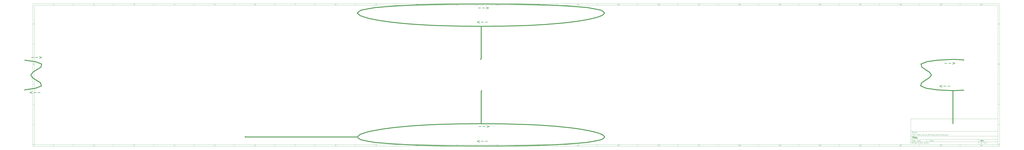
<source format=gbr>
%TF.GenerationSoftware,KiCad,Pcbnew,8.0.6-8.0.6-0~ubuntu20.04.1*%
%TF.CreationDate,2024-11-02T17:00:05-04:00*%
%TF.ProjectId,final_coil_Z_testing_size,66696e61-6c5f-4636-9f69-6c5f5a5f7465,rev?*%
%TF.SameCoordinates,Original*%
%TF.FileFunction,Copper,L1,Top*%
%TF.FilePolarity,Positive*%
%FSLAX46Y46*%
G04 Gerber Fmt 4.6, Leading zero omitted, Abs format (unit mm)*
G04 Created by KiCad (PCBNEW 8.0.6-8.0.6-0~ubuntu20.04.1) date 2024-11-02 17:00:05*
%MOMM*%
%LPD*%
G01*
G04 APERTURE LIST*
%ADD10C,0.100000*%
%ADD11C,0.150000*%
%ADD12C,0.300000*%
%ADD13C,0.400000*%
%ADD14C,0.500000*%
%TA.AperFunction,NonConductor*%
%ADD15C,0.500000*%
%TD*%
%TA.AperFunction,ViaPad*%
%ADD16C,0.600000*%
%TD*%
%TA.AperFunction,Conductor*%
%ADD17C,1.000000*%
%TD*%
G04 APERTURE END LIST*
D10*
D11*
X1099000000Y-153000000D02*
X1207000000Y-153000000D01*
X1207000000Y-185000000D01*
X1099000000Y-185000000D01*
X1099000000Y-153000000D01*
D10*
D11*
X10000000Y-10000000D02*
X1209000000Y-10000000D01*
X1209000000Y-187000000D01*
X10000000Y-187000000D01*
X10000000Y-10000000D01*
D10*
D11*
X12000000Y-12000000D02*
X1207000000Y-12000000D01*
X1207000000Y-185000000D01*
X12000000Y-185000000D01*
X12000000Y-12000000D01*
D10*
D11*
X60000000Y-12000000D02*
X60000000Y-10000000D01*
D10*
D11*
X110000000Y-12000000D02*
X110000000Y-10000000D01*
D10*
D11*
X160000000Y-12000000D02*
X160000000Y-10000000D01*
D10*
D11*
X210000000Y-12000000D02*
X210000000Y-10000000D01*
D10*
D11*
X260000000Y-12000000D02*
X260000000Y-10000000D01*
D10*
D11*
X310000000Y-12000000D02*
X310000000Y-10000000D01*
D10*
D11*
X360000000Y-12000000D02*
X360000000Y-10000000D01*
D10*
D11*
X410000000Y-12000000D02*
X410000000Y-10000000D01*
D10*
D11*
X460000000Y-12000000D02*
X460000000Y-10000000D01*
D10*
D11*
X510000000Y-12000000D02*
X510000000Y-10000000D01*
D10*
D11*
X560000000Y-12000000D02*
X560000000Y-10000000D01*
D10*
D11*
X610000000Y-12000000D02*
X610000000Y-10000000D01*
D10*
D11*
X660000000Y-12000000D02*
X660000000Y-10000000D01*
D10*
D11*
X710000000Y-12000000D02*
X710000000Y-10000000D01*
D10*
D11*
X760000000Y-12000000D02*
X760000000Y-10000000D01*
D10*
D11*
X810000000Y-12000000D02*
X810000000Y-10000000D01*
D10*
D11*
X860000000Y-12000000D02*
X860000000Y-10000000D01*
D10*
D11*
X910000000Y-12000000D02*
X910000000Y-10000000D01*
D10*
D11*
X960000000Y-12000000D02*
X960000000Y-10000000D01*
D10*
D11*
X1010000000Y-12000000D02*
X1010000000Y-10000000D01*
D10*
D11*
X1060000000Y-12000000D02*
X1060000000Y-10000000D01*
D10*
D11*
X1110000000Y-12000000D02*
X1110000000Y-10000000D01*
D10*
D11*
X1160000000Y-12000000D02*
X1160000000Y-10000000D01*
D10*
D11*
X36089160Y-11593604D02*
X35346303Y-11593604D01*
X35717731Y-11593604D02*
X35717731Y-10293604D01*
X35717731Y-10293604D02*
X35593922Y-10479319D01*
X35593922Y-10479319D02*
X35470112Y-10603128D01*
X35470112Y-10603128D02*
X35346303Y-10665033D01*
D10*
D11*
X85346303Y-10417414D02*
X85408207Y-10355509D01*
X85408207Y-10355509D02*
X85532017Y-10293604D01*
X85532017Y-10293604D02*
X85841541Y-10293604D01*
X85841541Y-10293604D02*
X85965350Y-10355509D01*
X85965350Y-10355509D02*
X86027255Y-10417414D01*
X86027255Y-10417414D02*
X86089160Y-10541223D01*
X86089160Y-10541223D02*
X86089160Y-10665033D01*
X86089160Y-10665033D02*
X86027255Y-10850747D01*
X86027255Y-10850747D02*
X85284398Y-11593604D01*
X85284398Y-11593604D02*
X86089160Y-11593604D01*
D10*
D11*
X135284398Y-10293604D02*
X136089160Y-10293604D01*
X136089160Y-10293604D02*
X135655826Y-10788842D01*
X135655826Y-10788842D02*
X135841541Y-10788842D01*
X135841541Y-10788842D02*
X135965350Y-10850747D01*
X135965350Y-10850747D02*
X136027255Y-10912652D01*
X136027255Y-10912652D02*
X136089160Y-11036461D01*
X136089160Y-11036461D02*
X136089160Y-11345985D01*
X136089160Y-11345985D02*
X136027255Y-11469795D01*
X136027255Y-11469795D02*
X135965350Y-11531700D01*
X135965350Y-11531700D02*
X135841541Y-11593604D01*
X135841541Y-11593604D02*
X135470112Y-11593604D01*
X135470112Y-11593604D02*
X135346303Y-11531700D01*
X135346303Y-11531700D02*
X135284398Y-11469795D01*
D10*
D11*
X185965350Y-10726938D02*
X185965350Y-11593604D01*
X185655826Y-10231700D02*
X185346303Y-11160271D01*
X185346303Y-11160271D02*
X186151064Y-11160271D01*
D10*
D11*
X236027255Y-10293604D02*
X235408207Y-10293604D01*
X235408207Y-10293604D02*
X235346303Y-10912652D01*
X235346303Y-10912652D02*
X235408207Y-10850747D01*
X235408207Y-10850747D02*
X235532017Y-10788842D01*
X235532017Y-10788842D02*
X235841541Y-10788842D01*
X235841541Y-10788842D02*
X235965350Y-10850747D01*
X235965350Y-10850747D02*
X236027255Y-10912652D01*
X236027255Y-10912652D02*
X236089160Y-11036461D01*
X236089160Y-11036461D02*
X236089160Y-11345985D01*
X236089160Y-11345985D02*
X236027255Y-11469795D01*
X236027255Y-11469795D02*
X235965350Y-11531700D01*
X235965350Y-11531700D02*
X235841541Y-11593604D01*
X235841541Y-11593604D02*
X235532017Y-11593604D01*
X235532017Y-11593604D02*
X235408207Y-11531700D01*
X235408207Y-11531700D02*
X235346303Y-11469795D01*
D10*
D11*
X285965350Y-10293604D02*
X285717731Y-10293604D01*
X285717731Y-10293604D02*
X285593922Y-10355509D01*
X285593922Y-10355509D02*
X285532017Y-10417414D01*
X285532017Y-10417414D02*
X285408207Y-10603128D01*
X285408207Y-10603128D02*
X285346303Y-10850747D01*
X285346303Y-10850747D02*
X285346303Y-11345985D01*
X285346303Y-11345985D02*
X285408207Y-11469795D01*
X285408207Y-11469795D02*
X285470112Y-11531700D01*
X285470112Y-11531700D02*
X285593922Y-11593604D01*
X285593922Y-11593604D02*
X285841541Y-11593604D01*
X285841541Y-11593604D02*
X285965350Y-11531700D01*
X285965350Y-11531700D02*
X286027255Y-11469795D01*
X286027255Y-11469795D02*
X286089160Y-11345985D01*
X286089160Y-11345985D02*
X286089160Y-11036461D01*
X286089160Y-11036461D02*
X286027255Y-10912652D01*
X286027255Y-10912652D02*
X285965350Y-10850747D01*
X285965350Y-10850747D02*
X285841541Y-10788842D01*
X285841541Y-10788842D02*
X285593922Y-10788842D01*
X285593922Y-10788842D02*
X285470112Y-10850747D01*
X285470112Y-10850747D02*
X285408207Y-10912652D01*
X285408207Y-10912652D02*
X285346303Y-11036461D01*
D10*
D11*
X335284398Y-10293604D02*
X336151064Y-10293604D01*
X336151064Y-10293604D02*
X335593922Y-11593604D01*
D10*
D11*
X385593922Y-10850747D02*
X385470112Y-10788842D01*
X385470112Y-10788842D02*
X385408207Y-10726938D01*
X385408207Y-10726938D02*
X385346303Y-10603128D01*
X385346303Y-10603128D02*
X385346303Y-10541223D01*
X385346303Y-10541223D02*
X385408207Y-10417414D01*
X385408207Y-10417414D02*
X385470112Y-10355509D01*
X385470112Y-10355509D02*
X385593922Y-10293604D01*
X385593922Y-10293604D02*
X385841541Y-10293604D01*
X385841541Y-10293604D02*
X385965350Y-10355509D01*
X385965350Y-10355509D02*
X386027255Y-10417414D01*
X386027255Y-10417414D02*
X386089160Y-10541223D01*
X386089160Y-10541223D02*
X386089160Y-10603128D01*
X386089160Y-10603128D02*
X386027255Y-10726938D01*
X386027255Y-10726938D02*
X385965350Y-10788842D01*
X385965350Y-10788842D02*
X385841541Y-10850747D01*
X385841541Y-10850747D02*
X385593922Y-10850747D01*
X385593922Y-10850747D02*
X385470112Y-10912652D01*
X385470112Y-10912652D02*
X385408207Y-10974557D01*
X385408207Y-10974557D02*
X385346303Y-11098366D01*
X385346303Y-11098366D02*
X385346303Y-11345985D01*
X385346303Y-11345985D02*
X385408207Y-11469795D01*
X385408207Y-11469795D02*
X385470112Y-11531700D01*
X385470112Y-11531700D02*
X385593922Y-11593604D01*
X385593922Y-11593604D02*
X385841541Y-11593604D01*
X385841541Y-11593604D02*
X385965350Y-11531700D01*
X385965350Y-11531700D02*
X386027255Y-11469795D01*
X386027255Y-11469795D02*
X386089160Y-11345985D01*
X386089160Y-11345985D02*
X386089160Y-11098366D01*
X386089160Y-11098366D02*
X386027255Y-10974557D01*
X386027255Y-10974557D02*
X385965350Y-10912652D01*
X385965350Y-10912652D02*
X385841541Y-10850747D01*
D10*
D11*
X435470112Y-11593604D02*
X435717731Y-11593604D01*
X435717731Y-11593604D02*
X435841541Y-11531700D01*
X435841541Y-11531700D02*
X435903445Y-11469795D01*
X435903445Y-11469795D02*
X436027255Y-11284080D01*
X436027255Y-11284080D02*
X436089160Y-11036461D01*
X436089160Y-11036461D02*
X436089160Y-10541223D01*
X436089160Y-10541223D02*
X436027255Y-10417414D01*
X436027255Y-10417414D02*
X435965350Y-10355509D01*
X435965350Y-10355509D02*
X435841541Y-10293604D01*
X435841541Y-10293604D02*
X435593922Y-10293604D01*
X435593922Y-10293604D02*
X435470112Y-10355509D01*
X435470112Y-10355509D02*
X435408207Y-10417414D01*
X435408207Y-10417414D02*
X435346303Y-10541223D01*
X435346303Y-10541223D02*
X435346303Y-10850747D01*
X435346303Y-10850747D02*
X435408207Y-10974557D01*
X435408207Y-10974557D02*
X435470112Y-11036461D01*
X435470112Y-11036461D02*
X435593922Y-11098366D01*
X435593922Y-11098366D02*
X435841541Y-11098366D01*
X435841541Y-11098366D02*
X435965350Y-11036461D01*
X435965350Y-11036461D02*
X436027255Y-10974557D01*
X436027255Y-10974557D02*
X436089160Y-10850747D01*
D10*
D11*
X486089160Y-11593604D02*
X485346303Y-11593604D01*
X485717731Y-11593604D02*
X485717731Y-10293604D01*
X485717731Y-10293604D02*
X485593922Y-10479319D01*
X485593922Y-10479319D02*
X485470112Y-10603128D01*
X485470112Y-10603128D02*
X485346303Y-10665033D01*
X486893921Y-10293604D02*
X487017731Y-10293604D01*
X487017731Y-10293604D02*
X487141540Y-10355509D01*
X487141540Y-10355509D02*
X487203445Y-10417414D01*
X487203445Y-10417414D02*
X487265350Y-10541223D01*
X487265350Y-10541223D02*
X487327255Y-10788842D01*
X487327255Y-10788842D02*
X487327255Y-11098366D01*
X487327255Y-11098366D02*
X487265350Y-11345985D01*
X487265350Y-11345985D02*
X487203445Y-11469795D01*
X487203445Y-11469795D02*
X487141540Y-11531700D01*
X487141540Y-11531700D02*
X487017731Y-11593604D01*
X487017731Y-11593604D02*
X486893921Y-11593604D01*
X486893921Y-11593604D02*
X486770112Y-11531700D01*
X486770112Y-11531700D02*
X486708207Y-11469795D01*
X486708207Y-11469795D02*
X486646302Y-11345985D01*
X486646302Y-11345985D02*
X486584398Y-11098366D01*
X486584398Y-11098366D02*
X486584398Y-10788842D01*
X486584398Y-10788842D02*
X486646302Y-10541223D01*
X486646302Y-10541223D02*
X486708207Y-10417414D01*
X486708207Y-10417414D02*
X486770112Y-10355509D01*
X486770112Y-10355509D02*
X486893921Y-10293604D01*
D10*
D11*
X536089160Y-11593604D02*
X535346303Y-11593604D01*
X535717731Y-11593604D02*
X535717731Y-10293604D01*
X535717731Y-10293604D02*
X535593922Y-10479319D01*
X535593922Y-10479319D02*
X535470112Y-10603128D01*
X535470112Y-10603128D02*
X535346303Y-10665033D01*
X537327255Y-11593604D02*
X536584398Y-11593604D01*
X536955826Y-11593604D02*
X536955826Y-10293604D01*
X536955826Y-10293604D02*
X536832017Y-10479319D01*
X536832017Y-10479319D02*
X536708207Y-10603128D01*
X536708207Y-10603128D02*
X536584398Y-10665033D01*
D10*
D11*
X586089160Y-11593604D02*
X585346303Y-11593604D01*
X585717731Y-11593604D02*
X585717731Y-10293604D01*
X585717731Y-10293604D02*
X585593922Y-10479319D01*
X585593922Y-10479319D02*
X585470112Y-10603128D01*
X585470112Y-10603128D02*
X585346303Y-10665033D01*
X586584398Y-10417414D02*
X586646302Y-10355509D01*
X586646302Y-10355509D02*
X586770112Y-10293604D01*
X586770112Y-10293604D02*
X587079636Y-10293604D01*
X587079636Y-10293604D02*
X587203445Y-10355509D01*
X587203445Y-10355509D02*
X587265350Y-10417414D01*
X587265350Y-10417414D02*
X587327255Y-10541223D01*
X587327255Y-10541223D02*
X587327255Y-10665033D01*
X587327255Y-10665033D02*
X587265350Y-10850747D01*
X587265350Y-10850747D02*
X586522493Y-11593604D01*
X586522493Y-11593604D02*
X587327255Y-11593604D01*
D10*
D11*
X636089160Y-11593604D02*
X635346303Y-11593604D01*
X635717731Y-11593604D02*
X635717731Y-10293604D01*
X635717731Y-10293604D02*
X635593922Y-10479319D01*
X635593922Y-10479319D02*
X635470112Y-10603128D01*
X635470112Y-10603128D02*
X635346303Y-10665033D01*
X636522493Y-10293604D02*
X637327255Y-10293604D01*
X637327255Y-10293604D02*
X636893921Y-10788842D01*
X636893921Y-10788842D02*
X637079636Y-10788842D01*
X637079636Y-10788842D02*
X637203445Y-10850747D01*
X637203445Y-10850747D02*
X637265350Y-10912652D01*
X637265350Y-10912652D02*
X637327255Y-11036461D01*
X637327255Y-11036461D02*
X637327255Y-11345985D01*
X637327255Y-11345985D02*
X637265350Y-11469795D01*
X637265350Y-11469795D02*
X637203445Y-11531700D01*
X637203445Y-11531700D02*
X637079636Y-11593604D01*
X637079636Y-11593604D02*
X636708207Y-11593604D01*
X636708207Y-11593604D02*
X636584398Y-11531700D01*
X636584398Y-11531700D02*
X636522493Y-11469795D01*
D10*
D11*
X686089160Y-11593604D02*
X685346303Y-11593604D01*
X685717731Y-11593604D02*
X685717731Y-10293604D01*
X685717731Y-10293604D02*
X685593922Y-10479319D01*
X685593922Y-10479319D02*
X685470112Y-10603128D01*
X685470112Y-10603128D02*
X685346303Y-10665033D01*
X687203445Y-10726938D02*
X687203445Y-11593604D01*
X686893921Y-10231700D02*
X686584398Y-11160271D01*
X686584398Y-11160271D02*
X687389159Y-11160271D01*
D10*
D11*
X736089160Y-11593604D02*
X735346303Y-11593604D01*
X735717731Y-11593604D02*
X735717731Y-10293604D01*
X735717731Y-10293604D02*
X735593922Y-10479319D01*
X735593922Y-10479319D02*
X735470112Y-10603128D01*
X735470112Y-10603128D02*
X735346303Y-10665033D01*
X737265350Y-10293604D02*
X736646302Y-10293604D01*
X736646302Y-10293604D02*
X736584398Y-10912652D01*
X736584398Y-10912652D02*
X736646302Y-10850747D01*
X736646302Y-10850747D02*
X736770112Y-10788842D01*
X736770112Y-10788842D02*
X737079636Y-10788842D01*
X737079636Y-10788842D02*
X737203445Y-10850747D01*
X737203445Y-10850747D02*
X737265350Y-10912652D01*
X737265350Y-10912652D02*
X737327255Y-11036461D01*
X737327255Y-11036461D02*
X737327255Y-11345985D01*
X737327255Y-11345985D02*
X737265350Y-11469795D01*
X737265350Y-11469795D02*
X737203445Y-11531700D01*
X737203445Y-11531700D02*
X737079636Y-11593604D01*
X737079636Y-11593604D02*
X736770112Y-11593604D01*
X736770112Y-11593604D02*
X736646302Y-11531700D01*
X736646302Y-11531700D02*
X736584398Y-11469795D01*
D10*
D11*
X786089160Y-11593604D02*
X785346303Y-11593604D01*
X785717731Y-11593604D02*
X785717731Y-10293604D01*
X785717731Y-10293604D02*
X785593922Y-10479319D01*
X785593922Y-10479319D02*
X785470112Y-10603128D01*
X785470112Y-10603128D02*
X785346303Y-10665033D01*
X787203445Y-10293604D02*
X786955826Y-10293604D01*
X786955826Y-10293604D02*
X786832017Y-10355509D01*
X786832017Y-10355509D02*
X786770112Y-10417414D01*
X786770112Y-10417414D02*
X786646302Y-10603128D01*
X786646302Y-10603128D02*
X786584398Y-10850747D01*
X786584398Y-10850747D02*
X786584398Y-11345985D01*
X786584398Y-11345985D02*
X786646302Y-11469795D01*
X786646302Y-11469795D02*
X786708207Y-11531700D01*
X786708207Y-11531700D02*
X786832017Y-11593604D01*
X786832017Y-11593604D02*
X787079636Y-11593604D01*
X787079636Y-11593604D02*
X787203445Y-11531700D01*
X787203445Y-11531700D02*
X787265350Y-11469795D01*
X787265350Y-11469795D02*
X787327255Y-11345985D01*
X787327255Y-11345985D02*
X787327255Y-11036461D01*
X787327255Y-11036461D02*
X787265350Y-10912652D01*
X787265350Y-10912652D02*
X787203445Y-10850747D01*
X787203445Y-10850747D02*
X787079636Y-10788842D01*
X787079636Y-10788842D02*
X786832017Y-10788842D01*
X786832017Y-10788842D02*
X786708207Y-10850747D01*
X786708207Y-10850747D02*
X786646302Y-10912652D01*
X786646302Y-10912652D02*
X786584398Y-11036461D01*
D10*
D11*
X836089160Y-11593604D02*
X835346303Y-11593604D01*
X835717731Y-11593604D02*
X835717731Y-10293604D01*
X835717731Y-10293604D02*
X835593922Y-10479319D01*
X835593922Y-10479319D02*
X835470112Y-10603128D01*
X835470112Y-10603128D02*
X835346303Y-10665033D01*
X836522493Y-10293604D02*
X837389159Y-10293604D01*
X837389159Y-10293604D02*
X836832017Y-11593604D01*
D10*
D11*
X886089160Y-11593604D02*
X885346303Y-11593604D01*
X885717731Y-11593604D02*
X885717731Y-10293604D01*
X885717731Y-10293604D02*
X885593922Y-10479319D01*
X885593922Y-10479319D02*
X885470112Y-10603128D01*
X885470112Y-10603128D02*
X885346303Y-10665033D01*
X886832017Y-10850747D02*
X886708207Y-10788842D01*
X886708207Y-10788842D02*
X886646302Y-10726938D01*
X886646302Y-10726938D02*
X886584398Y-10603128D01*
X886584398Y-10603128D02*
X886584398Y-10541223D01*
X886584398Y-10541223D02*
X886646302Y-10417414D01*
X886646302Y-10417414D02*
X886708207Y-10355509D01*
X886708207Y-10355509D02*
X886832017Y-10293604D01*
X886832017Y-10293604D02*
X887079636Y-10293604D01*
X887079636Y-10293604D02*
X887203445Y-10355509D01*
X887203445Y-10355509D02*
X887265350Y-10417414D01*
X887265350Y-10417414D02*
X887327255Y-10541223D01*
X887327255Y-10541223D02*
X887327255Y-10603128D01*
X887327255Y-10603128D02*
X887265350Y-10726938D01*
X887265350Y-10726938D02*
X887203445Y-10788842D01*
X887203445Y-10788842D02*
X887079636Y-10850747D01*
X887079636Y-10850747D02*
X886832017Y-10850747D01*
X886832017Y-10850747D02*
X886708207Y-10912652D01*
X886708207Y-10912652D02*
X886646302Y-10974557D01*
X886646302Y-10974557D02*
X886584398Y-11098366D01*
X886584398Y-11098366D02*
X886584398Y-11345985D01*
X886584398Y-11345985D02*
X886646302Y-11469795D01*
X886646302Y-11469795D02*
X886708207Y-11531700D01*
X886708207Y-11531700D02*
X886832017Y-11593604D01*
X886832017Y-11593604D02*
X887079636Y-11593604D01*
X887079636Y-11593604D02*
X887203445Y-11531700D01*
X887203445Y-11531700D02*
X887265350Y-11469795D01*
X887265350Y-11469795D02*
X887327255Y-11345985D01*
X887327255Y-11345985D02*
X887327255Y-11098366D01*
X887327255Y-11098366D02*
X887265350Y-10974557D01*
X887265350Y-10974557D02*
X887203445Y-10912652D01*
X887203445Y-10912652D02*
X887079636Y-10850747D01*
D10*
D11*
X936089160Y-11593604D02*
X935346303Y-11593604D01*
X935717731Y-11593604D02*
X935717731Y-10293604D01*
X935717731Y-10293604D02*
X935593922Y-10479319D01*
X935593922Y-10479319D02*
X935470112Y-10603128D01*
X935470112Y-10603128D02*
X935346303Y-10665033D01*
X936708207Y-11593604D02*
X936955826Y-11593604D01*
X936955826Y-11593604D02*
X937079636Y-11531700D01*
X937079636Y-11531700D02*
X937141540Y-11469795D01*
X937141540Y-11469795D02*
X937265350Y-11284080D01*
X937265350Y-11284080D02*
X937327255Y-11036461D01*
X937327255Y-11036461D02*
X937327255Y-10541223D01*
X937327255Y-10541223D02*
X937265350Y-10417414D01*
X937265350Y-10417414D02*
X937203445Y-10355509D01*
X937203445Y-10355509D02*
X937079636Y-10293604D01*
X937079636Y-10293604D02*
X936832017Y-10293604D01*
X936832017Y-10293604D02*
X936708207Y-10355509D01*
X936708207Y-10355509D02*
X936646302Y-10417414D01*
X936646302Y-10417414D02*
X936584398Y-10541223D01*
X936584398Y-10541223D02*
X936584398Y-10850747D01*
X936584398Y-10850747D02*
X936646302Y-10974557D01*
X936646302Y-10974557D02*
X936708207Y-11036461D01*
X936708207Y-11036461D02*
X936832017Y-11098366D01*
X936832017Y-11098366D02*
X937079636Y-11098366D01*
X937079636Y-11098366D02*
X937203445Y-11036461D01*
X937203445Y-11036461D02*
X937265350Y-10974557D01*
X937265350Y-10974557D02*
X937327255Y-10850747D01*
D10*
D11*
X985346303Y-10417414D02*
X985408207Y-10355509D01*
X985408207Y-10355509D02*
X985532017Y-10293604D01*
X985532017Y-10293604D02*
X985841541Y-10293604D01*
X985841541Y-10293604D02*
X985965350Y-10355509D01*
X985965350Y-10355509D02*
X986027255Y-10417414D01*
X986027255Y-10417414D02*
X986089160Y-10541223D01*
X986089160Y-10541223D02*
X986089160Y-10665033D01*
X986089160Y-10665033D02*
X986027255Y-10850747D01*
X986027255Y-10850747D02*
X985284398Y-11593604D01*
X985284398Y-11593604D02*
X986089160Y-11593604D01*
X986893921Y-10293604D02*
X987017731Y-10293604D01*
X987017731Y-10293604D02*
X987141540Y-10355509D01*
X987141540Y-10355509D02*
X987203445Y-10417414D01*
X987203445Y-10417414D02*
X987265350Y-10541223D01*
X987265350Y-10541223D02*
X987327255Y-10788842D01*
X987327255Y-10788842D02*
X987327255Y-11098366D01*
X987327255Y-11098366D02*
X987265350Y-11345985D01*
X987265350Y-11345985D02*
X987203445Y-11469795D01*
X987203445Y-11469795D02*
X987141540Y-11531700D01*
X987141540Y-11531700D02*
X987017731Y-11593604D01*
X987017731Y-11593604D02*
X986893921Y-11593604D01*
X986893921Y-11593604D02*
X986770112Y-11531700D01*
X986770112Y-11531700D02*
X986708207Y-11469795D01*
X986708207Y-11469795D02*
X986646302Y-11345985D01*
X986646302Y-11345985D02*
X986584398Y-11098366D01*
X986584398Y-11098366D02*
X986584398Y-10788842D01*
X986584398Y-10788842D02*
X986646302Y-10541223D01*
X986646302Y-10541223D02*
X986708207Y-10417414D01*
X986708207Y-10417414D02*
X986770112Y-10355509D01*
X986770112Y-10355509D02*
X986893921Y-10293604D01*
D10*
D11*
X1035346303Y-10417414D02*
X1035408207Y-10355509D01*
X1035408207Y-10355509D02*
X1035532017Y-10293604D01*
X1035532017Y-10293604D02*
X1035841541Y-10293604D01*
X1035841541Y-10293604D02*
X1035965350Y-10355509D01*
X1035965350Y-10355509D02*
X1036027255Y-10417414D01*
X1036027255Y-10417414D02*
X1036089160Y-10541223D01*
X1036089160Y-10541223D02*
X1036089160Y-10665033D01*
X1036089160Y-10665033D02*
X1036027255Y-10850747D01*
X1036027255Y-10850747D02*
X1035284398Y-11593604D01*
X1035284398Y-11593604D02*
X1036089160Y-11593604D01*
X1037327255Y-11593604D02*
X1036584398Y-11593604D01*
X1036955826Y-11593604D02*
X1036955826Y-10293604D01*
X1036955826Y-10293604D02*
X1036832017Y-10479319D01*
X1036832017Y-10479319D02*
X1036708207Y-10603128D01*
X1036708207Y-10603128D02*
X1036584398Y-10665033D01*
D10*
D11*
X1085346303Y-10417414D02*
X1085408207Y-10355509D01*
X1085408207Y-10355509D02*
X1085532017Y-10293604D01*
X1085532017Y-10293604D02*
X1085841541Y-10293604D01*
X1085841541Y-10293604D02*
X1085965350Y-10355509D01*
X1085965350Y-10355509D02*
X1086027255Y-10417414D01*
X1086027255Y-10417414D02*
X1086089160Y-10541223D01*
X1086089160Y-10541223D02*
X1086089160Y-10665033D01*
X1086089160Y-10665033D02*
X1086027255Y-10850747D01*
X1086027255Y-10850747D02*
X1085284398Y-11593604D01*
X1085284398Y-11593604D02*
X1086089160Y-11593604D01*
X1086584398Y-10417414D02*
X1086646302Y-10355509D01*
X1086646302Y-10355509D02*
X1086770112Y-10293604D01*
X1086770112Y-10293604D02*
X1087079636Y-10293604D01*
X1087079636Y-10293604D02*
X1087203445Y-10355509D01*
X1087203445Y-10355509D02*
X1087265350Y-10417414D01*
X1087265350Y-10417414D02*
X1087327255Y-10541223D01*
X1087327255Y-10541223D02*
X1087327255Y-10665033D01*
X1087327255Y-10665033D02*
X1087265350Y-10850747D01*
X1087265350Y-10850747D02*
X1086522493Y-11593604D01*
X1086522493Y-11593604D02*
X1087327255Y-11593604D01*
D10*
D11*
X1135346303Y-10417414D02*
X1135408207Y-10355509D01*
X1135408207Y-10355509D02*
X1135532017Y-10293604D01*
X1135532017Y-10293604D02*
X1135841541Y-10293604D01*
X1135841541Y-10293604D02*
X1135965350Y-10355509D01*
X1135965350Y-10355509D02*
X1136027255Y-10417414D01*
X1136027255Y-10417414D02*
X1136089160Y-10541223D01*
X1136089160Y-10541223D02*
X1136089160Y-10665033D01*
X1136089160Y-10665033D02*
X1136027255Y-10850747D01*
X1136027255Y-10850747D02*
X1135284398Y-11593604D01*
X1135284398Y-11593604D02*
X1136089160Y-11593604D01*
X1136522493Y-10293604D02*
X1137327255Y-10293604D01*
X1137327255Y-10293604D02*
X1136893921Y-10788842D01*
X1136893921Y-10788842D02*
X1137079636Y-10788842D01*
X1137079636Y-10788842D02*
X1137203445Y-10850747D01*
X1137203445Y-10850747D02*
X1137265350Y-10912652D01*
X1137265350Y-10912652D02*
X1137327255Y-11036461D01*
X1137327255Y-11036461D02*
X1137327255Y-11345985D01*
X1137327255Y-11345985D02*
X1137265350Y-11469795D01*
X1137265350Y-11469795D02*
X1137203445Y-11531700D01*
X1137203445Y-11531700D02*
X1137079636Y-11593604D01*
X1137079636Y-11593604D02*
X1136708207Y-11593604D01*
X1136708207Y-11593604D02*
X1136584398Y-11531700D01*
X1136584398Y-11531700D02*
X1136522493Y-11469795D01*
D10*
D11*
X1185346303Y-10417414D02*
X1185408207Y-10355509D01*
X1185408207Y-10355509D02*
X1185532017Y-10293604D01*
X1185532017Y-10293604D02*
X1185841541Y-10293604D01*
X1185841541Y-10293604D02*
X1185965350Y-10355509D01*
X1185965350Y-10355509D02*
X1186027255Y-10417414D01*
X1186027255Y-10417414D02*
X1186089160Y-10541223D01*
X1186089160Y-10541223D02*
X1186089160Y-10665033D01*
X1186089160Y-10665033D02*
X1186027255Y-10850747D01*
X1186027255Y-10850747D02*
X1185284398Y-11593604D01*
X1185284398Y-11593604D02*
X1186089160Y-11593604D01*
X1187203445Y-10726938D02*
X1187203445Y-11593604D01*
X1186893921Y-10231700D02*
X1186584398Y-11160271D01*
X1186584398Y-11160271D02*
X1187389159Y-11160271D01*
D10*
D11*
X60000000Y-185000000D02*
X60000000Y-187000000D01*
D10*
D11*
X110000000Y-185000000D02*
X110000000Y-187000000D01*
D10*
D11*
X160000000Y-185000000D02*
X160000000Y-187000000D01*
D10*
D11*
X210000000Y-185000000D02*
X210000000Y-187000000D01*
D10*
D11*
X260000000Y-185000000D02*
X260000000Y-187000000D01*
D10*
D11*
X310000000Y-185000000D02*
X310000000Y-187000000D01*
D10*
D11*
X360000000Y-185000000D02*
X360000000Y-187000000D01*
D10*
D11*
X410000000Y-185000000D02*
X410000000Y-187000000D01*
D10*
D11*
X460000000Y-185000000D02*
X460000000Y-187000000D01*
D10*
D11*
X510000000Y-185000000D02*
X510000000Y-187000000D01*
D10*
D11*
X560000000Y-185000000D02*
X560000000Y-187000000D01*
D10*
D11*
X610000000Y-185000000D02*
X610000000Y-187000000D01*
D10*
D11*
X660000000Y-185000000D02*
X660000000Y-187000000D01*
D10*
D11*
X710000000Y-185000000D02*
X710000000Y-187000000D01*
D10*
D11*
X760000000Y-185000000D02*
X760000000Y-187000000D01*
D10*
D11*
X810000000Y-185000000D02*
X810000000Y-187000000D01*
D10*
D11*
X860000000Y-185000000D02*
X860000000Y-187000000D01*
D10*
D11*
X910000000Y-185000000D02*
X910000000Y-187000000D01*
D10*
D11*
X960000000Y-185000000D02*
X960000000Y-187000000D01*
D10*
D11*
X1010000000Y-185000000D02*
X1010000000Y-187000000D01*
D10*
D11*
X1060000000Y-185000000D02*
X1060000000Y-187000000D01*
D10*
D11*
X1110000000Y-185000000D02*
X1110000000Y-187000000D01*
D10*
D11*
X1160000000Y-185000000D02*
X1160000000Y-187000000D01*
D10*
D11*
X36089160Y-186593604D02*
X35346303Y-186593604D01*
X35717731Y-186593604D02*
X35717731Y-185293604D01*
X35717731Y-185293604D02*
X35593922Y-185479319D01*
X35593922Y-185479319D02*
X35470112Y-185603128D01*
X35470112Y-185603128D02*
X35346303Y-185665033D01*
D10*
D11*
X85346303Y-185417414D02*
X85408207Y-185355509D01*
X85408207Y-185355509D02*
X85532017Y-185293604D01*
X85532017Y-185293604D02*
X85841541Y-185293604D01*
X85841541Y-185293604D02*
X85965350Y-185355509D01*
X85965350Y-185355509D02*
X86027255Y-185417414D01*
X86027255Y-185417414D02*
X86089160Y-185541223D01*
X86089160Y-185541223D02*
X86089160Y-185665033D01*
X86089160Y-185665033D02*
X86027255Y-185850747D01*
X86027255Y-185850747D02*
X85284398Y-186593604D01*
X85284398Y-186593604D02*
X86089160Y-186593604D01*
D10*
D11*
X135284398Y-185293604D02*
X136089160Y-185293604D01*
X136089160Y-185293604D02*
X135655826Y-185788842D01*
X135655826Y-185788842D02*
X135841541Y-185788842D01*
X135841541Y-185788842D02*
X135965350Y-185850747D01*
X135965350Y-185850747D02*
X136027255Y-185912652D01*
X136027255Y-185912652D02*
X136089160Y-186036461D01*
X136089160Y-186036461D02*
X136089160Y-186345985D01*
X136089160Y-186345985D02*
X136027255Y-186469795D01*
X136027255Y-186469795D02*
X135965350Y-186531700D01*
X135965350Y-186531700D02*
X135841541Y-186593604D01*
X135841541Y-186593604D02*
X135470112Y-186593604D01*
X135470112Y-186593604D02*
X135346303Y-186531700D01*
X135346303Y-186531700D02*
X135284398Y-186469795D01*
D10*
D11*
X185965350Y-185726938D02*
X185965350Y-186593604D01*
X185655826Y-185231700D02*
X185346303Y-186160271D01*
X185346303Y-186160271D02*
X186151064Y-186160271D01*
D10*
D11*
X236027255Y-185293604D02*
X235408207Y-185293604D01*
X235408207Y-185293604D02*
X235346303Y-185912652D01*
X235346303Y-185912652D02*
X235408207Y-185850747D01*
X235408207Y-185850747D02*
X235532017Y-185788842D01*
X235532017Y-185788842D02*
X235841541Y-185788842D01*
X235841541Y-185788842D02*
X235965350Y-185850747D01*
X235965350Y-185850747D02*
X236027255Y-185912652D01*
X236027255Y-185912652D02*
X236089160Y-186036461D01*
X236089160Y-186036461D02*
X236089160Y-186345985D01*
X236089160Y-186345985D02*
X236027255Y-186469795D01*
X236027255Y-186469795D02*
X235965350Y-186531700D01*
X235965350Y-186531700D02*
X235841541Y-186593604D01*
X235841541Y-186593604D02*
X235532017Y-186593604D01*
X235532017Y-186593604D02*
X235408207Y-186531700D01*
X235408207Y-186531700D02*
X235346303Y-186469795D01*
D10*
D11*
X285965350Y-185293604D02*
X285717731Y-185293604D01*
X285717731Y-185293604D02*
X285593922Y-185355509D01*
X285593922Y-185355509D02*
X285532017Y-185417414D01*
X285532017Y-185417414D02*
X285408207Y-185603128D01*
X285408207Y-185603128D02*
X285346303Y-185850747D01*
X285346303Y-185850747D02*
X285346303Y-186345985D01*
X285346303Y-186345985D02*
X285408207Y-186469795D01*
X285408207Y-186469795D02*
X285470112Y-186531700D01*
X285470112Y-186531700D02*
X285593922Y-186593604D01*
X285593922Y-186593604D02*
X285841541Y-186593604D01*
X285841541Y-186593604D02*
X285965350Y-186531700D01*
X285965350Y-186531700D02*
X286027255Y-186469795D01*
X286027255Y-186469795D02*
X286089160Y-186345985D01*
X286089160Y-186345985D02*
X286089160Y-186036461D01*
X286089160Y-186036461D02*
X286027255Y-185912652D01*
X286027255Y-185912652D02*
X285965350Y-185850747D01*
X285965350Y-185850747D02*
X285841541Y-185788842D01*
X285841541Y-185788842D02*
X285593922Y-185788842D01*
X285593922Y-185788842D02*
X285470112Y-185850747D01*
X285470112Y-185850747D02*
X285408207Y-185912652D01*
X285408207Y-185912652D02*
X285346303Y-186036461D01*
D10*
D11*
X335284398Y-185293604D02*
X336151064Y-185293604D01*
X336151064Y-185293604D02*
X335593922Y-186593604D01*
D10*
D11*
X385593922Y-185850747D02*
X385470112Y-185788842D01*
X385470112Y-185788842D02*
X385408207Y-185726938D01*
X385408207Y-185726938D02*
X385346303Y-185603128D01*
X385346303Y-185603128D02*
X385346303Y-185541223D01*
X385346303Y-185541223D02*
X385408207Y-185417414D01*
X385408207Y-185417414D02*
X385470112Y-185355509D01*
X385470112Y-185355509D02*
X385593922Y-185293604D01*
X385593922Y-185293604D02*
X385841541Y-185293604D01*
X385841541Y-185293604D02*
X385965350Y-185355509D01*
X385965350Y-185355509D02*
X386027255Y-185417414D01*
X386027255Y-185417414D02*
X386089160Y-185541223D01*
X386089160Y-185541223D02*
X386089160Y-185603128D01*
X386089160Y-185603128D02*
X386027255Y-185726938D01*
X386027255Y-185726938D02*
X385965350Y-185788842D01*
X385965350Y-185788842D02*
X385841541Y-185850747D01*
X385841541Y-185850747D02*
X385593922Y-185850747D01*
X385593922Y-185850747D02*
X385470112Y-185912652D01*
X385470112Y-185912652D02*
X385408207Y-185974557D01*
X385408207Y-185974557D02*
X385346303Y-186098366D01*
X385346303Y-186098366D02*
X385346303Y-186345985D01*
X385346303Y-186345985D02*
X385408207Y-186469795D01*
X385408207Y-186469795D02*
X385470112Y-186531700D01*
X385470112Y-186531700D02*
X385593922Y-186593604D01*
X385593922Y-186593604D02*
X385841541Y-186593604D01*
X385841541Y-186593604D02*
X385965350Y-186531700D01*
X385965350Y-186531700D02*
X386027255Y-186469795D01*
X386027255Y-186469795D02*
X386089160Y-186345985D01*
X386089160Y-186345985D02*
X386089160Y-186098366D01*
X386089160Y-186098366D02*
X386027255Y-185974557D01*
X386027255Y-185974557D02*
X385965350Y-185912652D01*
X385965350Y-185912652D02*
X385841541Y-185850747D01*
D10*
D11*
X435470112Y-186593604D02*
X435717731Y-186593604D01*
X435717731Y-186593604D02*
X435841541Y-186531700D01*
X435841541Y-186531700D02*
X435903445Y-186469795D01*
X435903445Y-186469795D02*
X436027255Y-186284080D01*
X436027255Y-186284080D02*
X436089160Y-186036461D01*
X436089160Y-186036461D02*
X436089160Y-185541223D01*
X436089160Y-185541223D02*
X436027255Y-185417414D01*
X436027255Y-185417414D02*
X435965350Y-185355509D01*
X435965350Y-185355509D02*
X435841541Y-185293604D01*
X435841541Y-185293604D02*
X435593922Y-185293604D01*
X435593922Y-185293604D02*
X435470112Y-185355509D01*
X435470112Y-185355509D02*
X435408207Y-185417414D01*
X435408207Y-185417414D02*
X435346303Y-185541223D01*
X435346303Y-185541223D02*
X435346303Y-185850747D01*
X435346303Y-185850747D02*
X435408207Y-185974557D01*
X435408207Y-185974557D02*
X435470112Y-186036461D01*
X435470112Y-186036461D02*
X435593922Y-186098366D01*
X435593922Y-186098366D02*
X435841541Y-186098366D01*
X435841541Y-186098366D02*
X435965350Y-186036461D01*
X435965350Y-186036461D02*
X436027255Y-185974557D01*
X436027255Y-185974557D02*
X436089160Y-185850747D01*
D10*
D11*
X486089160Y-186593604D02*
X485346303Y-186593604D01*
X485717731Y-186593604D02*
X485717731Y-185293604D01*
X485717731Y-185293604D02*
X485593922Y-185479319D01*
X485593922Y-185479319D02*
X485470112Y-185603128D01*
X485470112Y-185603128D02*
X485346303Y-185665033D01*
X486893921Y-185293604D02*
X487017731Y-185293604D01*
X487017731Y-185293604D02*
X487141540Y-185355509D01*
X487141540Y-185355509D02*
X487203445Y-185417414D01*
X487203445Y-185417414D02*
X487265350Y-185541223D01*
X487265350Y-185541223D02*
X487327255Y-185788842D01*
X487327255Y-185788842D02*
X487327255Y-186098366D01*
X487327255Y-186098366D02*
X487265350Y-186345985D01*
X487265350Y-186345985D02*
X487203445Y-186469795D01*
X487203445Y-186469795D02*
X487141540Y-186531700D01*
X487141540Y-186531700D02*
X487017731Y-186593604D01*
X487017731Y-186593604D02*
X486893921Y-186593604D01*
X486893921Y-186593604D02*
X486770112Y-186531700D01*
X486770112Y-186531700D02*
X486708207Y-186469795D01*
X486708207Y-186469795D02*
X486646302Y-186345985D01*
X486646302Y-186345985D02*
X486584398Y-186098366D01*
X486584398Y-186098366D02*
X486584398Y-185788842D01*
X486584398Y-185788842D02*
X486646302Y-185541223D01*
X486646302Y-185541223D02*
X486708207Y-185417414D01*
X486708207Y-185417414D02*
X486770112Y-185355509D01*
X486770112Y-185355509D02*
X486893921Y-185293604D01*
D10*
D11*
X536089160Y-186593604D02*
X535346303Y-186593604D01*
X535717731Y-186593604D02*
X535717731Y-185293604D01*
X535717731Y-185293604D02*
X535593922Y-185479319D01*
X535593922Y-185479319D02*
X535470112Y-185603128D01*
X535470112Y-185603128D02*
X535346303Y-185665033D01*
X537327255Y-186593604D02*
X536584398Y-186593604D01*
X536955826Y-186593604D02*
X536955826Y-185293604D01*
X536955826Y-185293604D02*
X536832017Y-185479319D01*
X536832017Y-185479319D02*
X536708207Y-185603128D01*
X536708207Y-185603128D02*
X536584398Y-185665033D01*
D10*
D11*
X586089160Y-186593604D02*
X585346303Y-186593604D01*
X585717731Y-186593604D02*
X585717731Y-185293604D01*
X585717731Y-185293604D02*
X585593922Y-185479319D01*
X585593922Y-185479319D02*
X585470112Y-185603128D01*
X585470112Y-185603128D02*
X585346303Y-185665033D01*
X586584398Y-185417414D02*
X586646302Y-185355509D01*
X586646302Y-185355509D02*
X586770112Y-185293604D01*
X586770112Y-185293604D02*
X587079636Y-185293604D01*
X587079636Y-185293604D02*
X587203445Y-185355509D01*
X587203445Y-185355509D02*
X587265350Y-185417414D01*
X587265350Y-185417414D02*
X587327255Y-185541223D01*
X587327255Y-185541223D02*
X587327255Y-185665033D01*
X587327255Y-185665033D02*
X587265350Y-185850747D01*
X587265350Y-185850747D02*
X586522493Y-186593604D01*
X586522493Y-186593604D02*
X587327255Y-186593604D01*
D10*
D11*
X636089160Y-186593604D02*
X635346303Y-186593604D01*
X635717731Y-186593604D02*
X635717731Y-185293604D01*
X635717731Y-185293604D02*
X635593922Y-185479319D01*
X635593922Y-185479319D02*
X635470112Y-185603128D01*
X635470112Y-185603128D02*
X635346303Y-185665033D01*
X636522493Y-185293604D02*
X637327255Y-185293604D01*
X637327255Y-185293604D02*
X636893921Y-185788842D01*
X636893921Y-185788842D02*
X637079636Y-185788842D01*
X637079636Y-185788842D02*
X637203445Y-185850747D01*
X637203445Y-185850747D02*
X637265350Y-185912652D01*
X637265350Y-185912652D02*
X637327255Y-186036461D01*
X637327255Y-186036461D02*
X637327255Y-186345985D01*
X637327255Y-186345985D02*
X637265350Y-186469795D01*
X637265350Y-186469795D02*
X637203445Y-186531700D01*
X637203445Y-186531700D02*
X637079636Y-186593604D01*
X637079636Y-186593604D02*
X636708207Y-186593604D01*
X636708207Y-186593604D02*
X636584398Y-186531700D01*
X636584398Y-186531700D02*
X636522493Y-186469795D01*
D10*
D11*
X686089160Y-186593604D02*
X685346303Y-186593604D01*
X685717731Y-186593604D02*
X685717731Y-185293604D01*
X685717731Y-185293604D02*
X685593922Y-185479319D01*
X685593922Y-185479319D02*
X685470112Y-185603128D01*
X685470112Y-185603128D02*
X685346303Y-185665033D01*
X687203445Y-185726938D02*
X687203445Y-186593604D01*
X686893921Y-185231700D02*
X686584398Y-186160271D01*
X686584398Y-186160271D02*
X687389159Y-186160271D01*
D10*
D11*
X736089160Y-186593604D02*
X735346303Y-186593604D01*
X735717731Y-186593604D02*
X735717731Y-185293604D01*
X735717731Y-185293604D02*
X735593922Y-185479319D01*
X735593922Y-185479319D02*
X735470112Y-185603128D01*
X735470112Y-185603128D02*
X735346303Y-185665033D01*
X737265350Y-185293604D02*
X736646302Y-185293604D01*
X736646302Y-185293604D02*
X736584398Y-185912652D01*
X736584398Y-185912652D02*
X736646302Y-185850747D01*
X736646302Y-185850747D02*
X736770112Y-185788842D01*
X736770112Y-185788842D02*
X737079636Y-185788842D01*
X737079636Y-185788842D02*
X737203445Y-185850747D01*
X737203445Y-185850747D02*
X737265350Y-185912652D01*
X737265350Y-185912652D02*
X737327255Y-186036461D01*
X737327255Y-186036461D02*
X737327255Y-186345985D01*
X737327255Y-186345985D02*
X737265350Y-186469795D01*
X737265350Y-186469795D02*
X737203445Y-186531700D01*
X737203445Y-186531700D02*
X737079636Y-186593604D01*
X737079636Y-186593604D02*
X736770112Y-186593604D01*
X736770112Y-186593604D02*
X736646302Y-186531700D01*
X736646302Y-186531700D02*
X736584398Y-186469795D01*
D10*
D11*
X786089160Y-186593604D02*
X785346303Y-186593604D01*
X785717731Y-186593604D02*
X785717731Y-185293604D01*
X785717731Y-185293604D02*
X785593922Y-185479319D01*
X785593922Y-185479319D02*
X785470112Y-185603128D01*
X785470112Y-185603128D02*
X785346303Y-185665033D01*
X787203445Y-185293604D02*
X786955826Y-185293604D01*
X786955826Y-185293604D02*
X786832017Y-185355509D01*
X786832017Y-185355509D02*
X786770112Y-185417414D01*
X786770112Y-185417414D02*
X786646302Y-185603128D01*
X786646302Y-185603128D02*
X786584398Y-185850747D01*
X786584398Y-185850747D02*
X786584398Y-186345985D01*
X786584398Y-186345985D02*
X786646302Y-186469795D01*
X786646302Y-186469795D02*
X786708207Y-186531700D01*
X786708207Y-186531700D02*
X786832017Y-186593604D01*
X786832017Y-186593604D02*
X787079636Y-186593604D01*
X787079636Y-186593604D02*
X787203445Y-186531700D01*
X787203445Y-186531700D02*
X787265350Y-186469795D01*
X787265350Y-186469795D02*
X787327255Y-186345985D01*
X787327255Y-186345985D02*
X787327255Y-186036461D01*
X787327255Y-186036461D02*
X787265350Y-185912652D01*
X787265350Y-185912652D02*
X787203445Y-185850747D01*
X787203445Y-185850747D02*
X787079636Y-185788842D01*
X787079636Y-185788842D02*
X786832017Y-185788842D01*
X786832017Y-185788842D02*
X786708207Y-185850747D01*
X786708207Y-185850747D02*
X786646302Y-185912652D01*
X786646302Y-185912652D02*
X786584398Y-186036461D01*
D10*
D11*
X836089160Y-186593604D02*
X835346303Y-186593604D01*
X835717731Y-186593604D02*
X835717731Y-185293604D01*
X835717731Y-185293604D02*
X835593922Y-185479319D01*
X835593922Y-185479319D02*
X835470112Y-185603128D01*
X835470112Y-185603128D02*
X835346303Y-185665033D01*
X836522493Y-185293604D02*
X837389159Y-185293604D01*
X837389159Y-185293604D02*
X836832017Y-186593604D01*
D10*
D11*
X886089160Y-186593604D02*
X885346303Y-186593604D01*
X885717731Y-186593604D02*
X885717731Y-185293604D01*
X885717731Y-185293604D02*
X885593922Y-185479319D01*
X885593922Y-185479319D02*
X885470112Y-185603128D01*
X885470112Y-185603128D02*
X885346303Y-185665033D01*
X886832017Y-185850747D02*
X886708207Y-185788842D01*
X886708207Y-185788842D02*
X886646302Y-185726938D01*
X886646302Y-185726938D02*
X886584398Y-185603128D01*
X886584398Y-185603128D02*
X886584398Y-185541223D01*
X886584398Y-185541223D02*
X886646302Y-185417414D01*
X886646302Y-185417414D02*
X886708207Y-185355509D01*
X886708207Y-185355509D02*
X886832017Y-185293604D01*
X886832017Y-185293604D02*
X887079636Y-185293604D01*
X887079636Y-185293604D02*
X887203445Y-185355509D01*
X887203445Y-185355509D02*
X887265350Y-185417414D01*
X887265350Y-185417414D02*
X887327255Y-185541223D01*
X887327255Y-185541223D02*
X887327255Y-185603128D01*
X887327255Y-185603128D02*
X887265350Y-185726938D01*
X887265350Y-185726938D02*
X887203445Y-185788842D01*
X887203445Y-185788842D02*
X887079636Y-185850747D01*
X887079636Y-185850747D02*
X886832017Y-185850747D01*
X886832017Y-185850747D02*
X886708207Y-185912652D01*
X886708207Y-185912652D02*
X886646302Y-185974557D01*
X886646302Y-185974557D02*
X886584398Y-186098366D01*
X886584398Y-186098366D02*
X886584398Y-186345985D01*
X886584398Y-186345985D02*
X886646302Y-186469795D01*
X886646302Y-186469795D02*
X886708207Y-186531700D01*
X886708207Y-186531700D02*
X886832017Y-186593604D01*
X886832017Y-186593604D02*
X887079636Y-186593604D01*
X887079636Y-186593604D02*
X887203445Y-186531700D01*
X887203445Y-186531700D02*
X887265350Y-186469795D01*
X887265350Y-186469795D02*
X887327255Y-186345985D01*
X887327255Y-186345985D02*
X887327255Y-186098366D01*
X887327255Y-186098366D02*
X887265350Y-185974557D01*
X887265350Y-185974557D02*
X887203445Y-185912652D01*
X887203445Y-185912652D02*
X887079636Y-185850747D01*
D10*
D11*
X936089160Y-186593604D02*
X935346303Y-186593604D01*
X935717731Y-186593604D02*
X935717731Y-185293604D01*
X935717731Y-185293604D02*
X935593922Y-185479319D01*
X935593922Y-185479319D02*
X935470112Y-185603128D01*
X935470112Y-185603128D02*
X935346303Y-185665033D01*
X936708207Y-186593604D02*
X936955826Y-186593604D01*
X936955826Y-186593604D02*
X937079636Y-186531700D01*
X937079636Y-186531700D02*
X937141540Y-186469795D01*
X937141540Y-186469795D02*
X937265350Y-186284080D01*
X937265350Y-186284080D02*
X937327255Y-186036461D01*
X937327255Y-186036461D02*
X937327255Y-185541223D01*
X937327255Y-185541223D02*
X937265350Y-185417414D01*
X937265350Y-185417414D02*
X937203445Y-185355509D01*
X937203445Y-185355509D02*
X937079636Y-185293604D01*
X937079636Y-185293604D02*
X936832017Y-185293604D01*
X936832017Y-185293604D02*
X936708207Y-185355509D01*
X936708207Y-185355509D02*
X936646302Y-185417414D01*
X936646302Y-185417414D02*
X936584398Y-185541223D01*
X936584398Y-185541223D02*
X936584398Y-185850747D01*
X936584398Y-185850747D02*
X936646302Y-185974557D01*
X936646302Y-185974557D02*
X936708207Y-186036461D01*
X936708207Y-186036461D02*
X936832017Y-186098366D01*
X936832017Y-186098366D02*
X937079636Y-186098366D01*
X937079636Y-186098366D02*
X937203445Y-186036461D01*
X937203445Y-186036461D02*
X937265350Y-185974557D01*
X937265350Y-185974557D02*
X937327255Y-185850747D01*
D10*
D11*
X985346303Y-185417414D02*
X985408207Y-185355509D01*
X985408207Y-185355509D02*
X985532017Y-185293604D01*
X985532017Y-185293604D02*
X985841541Y-185293604D01*
X985841541Y-185293604D02*
X985965350Y-185355509D01*
X985965350Y-185355509D02*
X986027255Y-185417414D01*
X986027255Y-185417414D02*
X986089160Y-185541223D01*
X986089160Y-185541223D02*
X986089160Y-185665033D01*
X986089160Y-185665033D02*
X986027255Y-185850747D01*
X986027255Y-185850747D02*
X985284398Y-186593604D01*
X985284398Y-186593604D02*
X986089160Y-186593604D01*
X986893921Y-185293604D02*
X987017731Y-185293604D01*
X987017731Y-185293604D02*
X987141540Y-185355509D01*
X987141540Y-185355509D02*
X987203445Y-185417414D01*
X987203445Y-185417414D02*
X987265350Y-185541223D01*
X987265350Y-185541223D02*
X987327255Y-185788842D01*
X987327255Y-185788842D02*
X987327255Y-186098366D01*
X987327255Y-186098366D02*
X987265350Y-186345985D01*
X987265350Y-186345985D02*
X987203445Y-186469795D01*
X987203445Y-186469795D02*
X987141540Y-186531700D01*
X987141540Y-186531700D02*
X987017731Y-186593604D01*
X987017731Y-186593604D02*
X986893921Y-186593604D01*
X986893921Y-186593604D02*
X986770112Y-186531700D01*
X986770112Y-186531700D02*
X986708207Y-186469795D01*
X986708207Y-186469795D02*
X986646302Y-186345985D01*
X986646302Y-186345985D02*
X986584398Y-186098366D01*
X986584398Y-186098366D02*
X986584398Y-185788842D01*
X986584398Y-185788842D02*
X986646302Y-185541223D01*
X986646302Y-185541223D02*
X986708207Y-185417414D01*
X986708207Y-185417414D02*
X986770112Y-185355509D01*
X986770112Y-185355509D02*
X986893921Y-185293604D01*
D10*
D11*
X1035346303Y-185417414D02*
X1035408207Y-185355509D01*
X1035408207Y-185355509D02*
X1035532017Y-185293604D01*
X1035532017Y-185293604D02*
X1035841541Y-185293604D01*
X1035841541Y-185293604D02*
X1035965350Y-185355509D01*
X1035965350Y-185355509D02*
X1036027255Y-185417414D01*
X1036027255Y-185417414D02*
X1036089160Y-185541223D01*
X1036089160Y-185541223D02*
X1036089160Y-185665033D01*
X1036089160Y-185665033D02*
X1036027255Y-185850747D01*
X1036027255Y-185850747D02*
X1035284398Y-186593604D01*
X1035284398Y-186593604D02*
X1036089160Y-186593604D01*
X1037327255Y-186593604D02*
X1036584398Y-186593604D01*
X1036955826Y-186593604D02*
X1036955826Y-185293604D01*
X1036955826Y-185293604D02*
X1036832017Y-185479319D01*
X1036832017Y-185479319D02*
X1036708207Y-185603128D01*
X1036708207Y-185603128D02*
X1036584398Y-185665033D01*
D10*
D11*
X1085346303Y-185417414D02*
X1085408207Y-185355509D01*
X1085408207Y-185355509D02*
X1085532017Y-185293604D01*
X1085532017Y-185293604D02*
X1085841541Y-185293604D01*
X1085841541Y-185293604D02*
X1085965350Y-185355509D01*
X1085965350Y-185355509D02*
X1086027255Y-185417414D01*
X1086027255Y-185417414D02*
X1086089160Y-185541223D01*
X1086089160Y-185541223D02*
X1086089160Y-185665033D01*
X1086089160Y-185665033D02*
X1086027255Y-185850747D01*
X1086027255Y-185850747D02*
X1085284398Y-186593604D01*
X1085284398Y-186593604D02*
X1086089160Y-186593604D01*
X1086584398Y-185417414D02*
X1086646302Y-185355509D01*
X1086646302Y-185355509D02*
X1086770112Y-185293604D01*
X1086770112Y-185293604D02*
X1087079636Y-185293604D01*
X1087079636Y-185293604D02*
X1087203445Y-185355509D01*
X1087203445Y-185355509D02*
X1087265350Y-185417414D01*
X1087265350Y-185417414D02*
X1087327255Y-185541223D01*
X1087327255Y-185541223D02*
X1087327255Y-185665033D01*
X1087327255Y-185665033D02*
X1087265350Y-185850747D01*
X1087265350Y-185850747D02*
X1086522493Y-186593604D01*
X1086522493Y-186593604D02*
X1087327255Y-186593604D01*
D10*
D11*
X1135346303Y-185417414D02*
X1135408207Y-185355509D01*
X1135408207Y-185355509D02*
X1135532017Y-185293604D01*
X1135532017Y-185293604D02*
X1135841541Y-185293604D01*
X1135841541Y-185293604D02*
X1135965350Y-185355509D01*
X1135965350Y-185355509D02*
X1136027255Y-185417414D01*
X1136027255Y-185417414D02*
X1136089160Y-185541223D01*
X1136089160Y-185541223D02*
X1136089160Y-185665033D01*
X1136089160Y-185665033D02*
X1136027255Y-185850747D01*
X1136027255Y-185850747D02*
X1135284398Y-186593604D01*
X1135284398Y-186593604D02*
X1136089160Y-186593604D01*
X1136522493Y-185293604D02*
X1137327255Y-185293604D01*
X1137327255Y-185293604D02*
X1136893921Y-185788842D01*
X1136893921Y-185788842D02*
X1137079636Y-185788842D01*
X1137079636Y-185788842D02*
X1137203445Y-185850747D01*
X1137203445Y-185850747D02*
X1137265350Y-185912652D01*
X1137265350Y-185912652D02*
X1137327255Y-186036461D01*
X1137327255Y-186036461D02*
X1137327255Y-186345985D01*
X1137327255Y-186345985D02*
X1137265350Y-186469795D01*
X1137265350Y-186469795D02*
X1137203445Y-186531700D01*
X1137203445Y-186531700D02*
X1137079636Y-186593604D01*
X1137079636Y-186593604D02*
X1136708207Y-186593604D01*
X1136708207Y-186593604D02*
X1136584398Y-186531700D01*
X1136584398Y-186531700D02*
X1136522493Y-186469795D01*
D10*
D11*
X1185346303Y-185417414D02*
X1185408207Y-185355509D01*
X1185408207Y-185355509D02*
X1185532017Y-185293604D01*
X1185532017Y-185293604D02*
X1185841541Y-185293604D01*
X1185841541Y-185293604D02*
X1185965350Y-185355509D01*
X1185965350Y-185355509D02*
X1186027255Y-185417414D01*
X1186027255Y-185417414D02*
X1186089160Y-185541223D01*
X1186089160Y-185541223D02*
X1186089160Y-185665033D01*
X1186089160Y-185665033D02*
X1186027255Y-185850747D01*
X1186027255Y-185850747D02*
X1185284398Y-186593604D01*
X1185284398Y-186593604D02*
X1186089160Y-186593604D01*
X1187203445Y-185726938D02*
X1187203445Y-186593604D01*
X1186893921Y-185231700D02*
X1186584398Y-186160271D01*
X1186584398Y-186160271D02*
X1187389159Y-186160271D01*
D10*
D11*
X10000000Y-60000000D02*
X12000000Y-60000000D01*
D10*
D11*
X10000000Y-110000000D02*
X12000000Y-110000000D01*
D10*
D11*
X10000000Y-160000000D02*
X12000000Y-160000000D01*
D10*
D11*
X10690476Y-35222176D02*
X11309523Y-35222176D01*
X10566666Y-35593604D02*
X10999999Y-34293604D01*
X10999999Y-34293604D02*
X11433333Y-35593604D01*
D10*
D11*
X11092857Y-84912652D02*
X11278571Y-84974557D01*
X11278571Y-84974557D02*
X11340476Y-85036461D01*
X11340476Y-85036461D02*
X11402380Y-85160271D01*
X11402380Y-85160271D02*
X11402380Y-85345985D01*
X11402380Y-85345985D02*
X11340476Y-85469795D01*
X11340476Y-85469795D02*
X11278571Y-85531700D01*
X11278571Y-85531700D02*
X11154761Y-85593604D01*
X11154761Y-85593604D02*
X10659523Y-85593604D01*
X10659523Y-85593604D02*
X10659523Y-84293604D01*
X10659523Y-84293604D02*
X11092857Y-84293604D01*
X11092857Y-84293604D02*
X11216666Y-84355509D01*
X11216666Y-84355509D02*
X11278571Y-84417414D01*
X11278571Y-84417414D02*
X11340476Y-84541223D01*
X11340476Y-84541223D02*
X11340476Y-84665033D01*
X11340476Y-84665033D02*
X11278571Y-84788842D01*
X11278571Y-84788842D02*
X11216666Y-84850747D01*
X11216666Y-84850747D02*
X11092857Y-84912652D01*
X11092857Y-84912652D02*
X10659523Y-84912652D01*
D10*
D11*
X11402380Y-135469795D02*
X11340476Y-135531700D01*
X11340476Y-135531700D02*
X11154761Y-135593604D01*
X11154761Y-135593604D02*
X11030952Y-135593604D01*
X11030952Y-135593604D02*
X10845238Y-135531700D01*
X10845238Y-135531700D02*
X10721428Y-135407890D01*
X10721428Y-135407890D02*
X10659523Y-135284080D01*
X10659523Y-135284080D02*
X10597619Y-135036461D01*
X10597619Y-135036461D02*
X10597619Y-134850747D01*
X10597619Y-134850747D02*
X10659523Y-134603128D01*
X10659523Y-134603128D02*
X10721428Y-134479319D01*
X10721428Y-134479319D02*
X10845238Y-134355509D01*
X10845238Y-134355509D02*
X11030952Y-134293604D01*
X11030952Y-134293604D02*
X11154761Y-134293604D01*
X11154761Y-134293604D02*
X11340476Y-134355509D01*
X11340476Y-134355509D02*
X11402380Y-134417414D01*
D10*
D11*
X10659523Y-185593604D02*
X10659523Y-184293604D01*
X10659523Y-184293604D02*
X10969047Y-184293604D01*
X10969047Y-184293604D02*
X11154761Y-184355509D01*
X11154761Y-184355509D02*
X11278571Y-184479319D01*
X11278571Y-184479319D02*
X11340476Y-184603128D01*
X11340476Y-184603128D02*
X11402380Y-184850747D01*
X11402380Y-184850747D02*
X11402380Y-185036461D01*
X11402380Y-185036461D02*
X11340476Y-185284080D01*
X11340476Y-185284080D02*
X11278571Y-185407890D01*
X11278571Y-185407890D02*
X11154761Y-185531700D01*
X11154761Y-185531700D02*
X10969047Y-185593604D01*
X10969047Y-185593604D02*
X10659523Y-185593604D01*
D10*
D11*
X1209000000Y-60000000D02*
X1207000000Y-60000000D01*
D10*
D11*
X1209000000Y-110000000D02*
X1207000000Y-110000000D01*
D10*
D11*
X1209000000Y-160000000D02*
X1207000000Y-160000000D01*
D10*
D11*
X1207690476Y-35222176D02*
X1208309523Y-35222176D01*
X1207566666Y-35593604D02*
X1207999999Y-34293604D01*
X1207999999Y-34293604D02*
X1208433333Y-35593604D01*
D10*
D11*
X1208092857Y-84912652D02*
X1208278571Y-84974557D01*
X1208278571Y-84974557D02*
X1208340476Y-85036461D01*
X1208340476Y-85036461D02*
X1208402380Y-85160271D01*
X1208402380Y-85160271D02*
X1208402380Y-85345985D01*
X1208402380Y-85345985D02*
X1208340476Y-85469795D01*
X1208340476Y-85469795D02*
X1208278571Y-85531700D01*
X1208278571Y-85531700D02*
X1208154761Y-85593604D01*
X1208154761Y-85593604D02*
X1207659523Y-85593604D01*
X1207659523Y-85593604D02*
X1207659523Y-84293604D01*
X1207659523Y-84293604D02*
X1208092857Y-84293604D01*
X1208092857Y-84293604D02*
X1208216666Y-84355509D01*
X1208216666Y-84355509D02*
X1208278571Y-84417414D01*
X1208278571Y-84417414D02*
X1208340476Y-84541223D01*
X1208340476Y-84541223D02*
X1208340476Y-84665033D01*
X1208340476Y-84665033D02*
X1208278571Y-84788842D01*
X1208278571Y-84788842D02*
X1208216666Y-84850747D01*
X1208216666Y-84850747D02*
X1208092857Y-84912652D01*
X1208092857Y-84912652D02*
X1207659523Y-84912652D01*
D10*
D11*
X1208402380Y-135469795D02*
X1208340476Y-135531700D01*
X1208340476Y-135531700D02*
X1208154761Y-135593604D01*
X1208154761Y-135593604D02*
X1208030952Y-135593604D01*
X1208030952Y-135593604D02*
X1207845238Y-135531700D01*
X1207845238Y-135531700D02*
X1207721428Y-135407890D01*
X1207721428Y-135407890D02*
X1207659523Y-135284080D01*
X1207659523Y-135284080D02*
X1207597619Y-135036461D01*
X1207597619Y-135036461D02*
X1207597619Y-134850747D01*
X1207597619Y-134850747D02*
X1207659523Y-134603128D01*
X1207659523Y-134603128D02*
X1207721428Y-134479319D01*
X1207721428Y-134479319D02*
X1207845238Y-134355509D01*
X1207845238Y-134355509D02*
X1208030952Y-134293604D01*
X1208030952Y-134293604D02*
X1208154761Y-134293604D01*
X1208154761Y-134293604D02*
X1208340476Y-134355509D01*
X1208340476Y-134355509D02*
X1208402380Y-134417414D01*
D10*
D11*
X1207659523Y-185593604D02*
X1207659523Y-184293604D01*
X1207659523Y-184293604D02*
X1207969047Y-184293604D01*
X1207969047Y-184293604D02*
X1208154761Y-184355509D01*
X1208154761Y-184355509D02*
X1208278571Y-184479319D01*
X1208278571Y-184479319D02*
X1208340476Y-184603128D01*
X1208340476Y-184603128D02*
X1208402380Y-184850747D01*
X1208402380Y-184850747D02*
X1208402380Y-185036461D01*
X1208402380Y-185036461D02*
X1208340476Y-185284080D01*
X1208340476Y-185284080D02*
X1208278571Y-185407890D01*
X1208278571Y-185407890D02*
X1208154761Y-185531700D01*
X1208154761Y-185531700D02*
X1207969047Y-185593604D01*
X1207969047Y-185593604D02*
X1207659523Y-185593604D01*
D10*
D11*
X1122455826Y-180786128D02*
X1122455826Y-179286128D01*
X1122455826Y-179286128D02*
X1122812969Y-179286128D01*
X1122812969Y-179286128D02*
X1123027255Y-179357557D01*
X1123027255Y-179357557D02*
X1123170112Y-179500414D01*
X1123170112Y-179500414D02*
X1123241541Y-179643271D01*
X1123241541Y-179643271D02*
X1123312969Y-179928985D01*
X1123312969Y-179928985D02*
X1123312969Y-180143271D01*
X1123312969Y-180143271D02*
X1123241541Y-180428985D01*
X1123241541Y-180428985D02*
X1123170112Y-180571842D01*
X1123170112Y-180571842D02*
X1123027255Y-180714700D01*
X1123027255Y-180714700D02*
X1122812969Y-180786128D01*
X1122812969Y-180786128D02*
X1122455826Y-180786128D01*
X1124598684Y-180786128D02*
X1124598684Y-180000414D01*
X1124598684Y-180000414D02*
X1124527255Y-179857557D01*
X1124527255Y-179857557D02*
X1124384398Y-179786128D01*
X1124384398Y-179786128D02*
X1124098684Y-179786128D01*
X1124098684Y-179786128D02*
X1123955826Y-179857557D01*
X1124598684Y-180714700D02*
X1124455826Y-180786128D01*
X1124455826Y-180786128D02*
X1124098684Y-180786128D01*
X1124098684Y-180786128D02*
X1123955826Y-180714700D01*
X1123955826Y-180714700D02*
X1123884398Y-180571842D01*
X1123884398Y-180571842D02*
X1123884398Y-180428985D01*
X1123884398Y-180428985D02*
X1123955826Y-180286128D01*
X1123955826Y-180286128D02*
X1124098684Y-180214700D01*
X1124098684Y-180214700D02*
X1124455826Y-180214700D01*
X1124455826Y-180214700D02*
X1124598684Y-180143271D01*
X1125098684Y-179786128D02*
X1125670112Y-179786128D01*
X1125312969Y-179286128D02*
X1125312969Y-180571842D01*
X1125312969Y-180571842D02*
X1125384398Y-180714700D01*
X1125384398Y-180714700D02*
X1125527255Y-180786128D01*
X1125527255Y-180786128D02*
X1125670112Y-180786128D01*
X1126741541Y-180714700D02*
X1126598684Y-180786128D01*
X1126598684Y-180786128D02*
X1126312970Y-180786128D01*
X1126312970Y-180786128D02*
X1126170112Y-180714700D01*
X1126170112Y-180714700D02*
X1126098684Y-180571842D01*
X1126098684Y-180571842D02*
X1126098684Y-180000414D01*
X1126098684Y-180000414D02*
X1126170112Y-179857557D01*
X1126170112Y-179857557D02*
X1126312970Y-179786128D01*
X1126312970Y-179786128D02*
X1126598684Y-179786128D01*
X1126598684Y-179786128D02*
X1126741541Y-179857557D01*
X1126741541Y-179857557D02*
X1126812970Y-180000414D01*
X1126812970Y-180000414D02*
X1126812970Y-180143271D01*
X1126812970Y-180143271D02*
X1126098684Y-180286128D01*
X1127455826Y-180643271D02*
X1127527255Y-180714700D01*
X1127527255Y-180714700D02*
X1127455826Y-180786128D01*
X1127455826Y-180786128D02*
X1127384398Y-180714700D01*
X1127384398Y-180714700D02*
X1127455826Y-180643271D01*
X1127455826Y-180643271D02*
X1127455826Y-180786128D01*
X1127455826Y-179857557D02*
X1127527255Y-179928985D01*
X1127527255Y-179928985D02*
X1127455826Y-180000414D01*
X1127455826Y-180000414D02*
X1127384398Y-179928985D01*
X1127384398Y-179928985D02*
X1127455826Y-179857557D01*
X1127455826Y-179857557D02*
X1127455826Y-180000414D01*
D10*
D11*
X1099000000Y-181500000D02*
X1207000000Y-181500000D01*
D10*
D11*
X1100455826Y-183586128D02*
X1100455826Y-182086128D01*
X1101312969Y-183586128D02*
X1100670112Y-182728985D01*
X1101312969Y-182086128D02*
X1100455826Y-182943271D01*
X1101955826Y-183586128D02*
X1101955826Y-182586128D01*
X1101955826Y-182086128D02*
X1101884398Y-182157557D01*
X1101884398Y-182157557D02*
X1101955826Y-182228985D01*
X1101955826Y-182228985D02*
X1102027255Y-182157557D01*
X1102027255Y-182157557D02*
X1101955826Y-182086128D01*
X1101955826Y-182086128D02*
X1101955826Y-182228985D01*
X1103527255Y-183443271D02*
X1103455827Y-183514700D01*
X1103455827Y-183514700D02*
X1103241541Y-183586128D01*
X1103241541Y-183586128D02*
X1103098684Y-183586128D01*
X1103098684Y-183586128D02*
X1102884398Y-183514700D01*
X1102884398Y-183514700D02*
X1102741541Y-183371842D01*
X1102741541Y-183371842D02*
X1102670112Y-183228985D01*
X1102670112Y-183228985D02*
X1102598684Y-182943271D01*
X1102598684Y-182943271D02*
X1102598684Y-182728985D01*
X1102598684Y-182728985D02*
X1102670112Y-182443271D01*
X1102670112Y-182443271D02*
X1102741541Y-182300414D01*
X1102741541Y-182300414D02*
X1102884398Y-182157557D01*
X1102884398Y-182157557D02*
X1103098684Y-182086128D01*
X1103098684Y-182086128D02*
X1103241541Y-182086128D01*
X1103241541Y-182086128D02*
X1103455827Y-182157557D01*
X1103455827Y-182157557D02*
X1103527255Y-182228985D01*
X1104812970Y-183586128D02*
X1104812970Y-182800414D01*
X1104812970Y-182800414D02*
X1104741541Y-182657557D01*
X1104741541Y-182657557D02*
X1104598684Y-182586128D01*
X1104598684Y-182586128D02*
X1104312970Y-182586128D01*
X1104312970Y-182586128D02*
X1104170112Y-182657557D01*
X1104812970Y-183514700D02*
X1104670112Y-183586128D01*
X1104670112Y-183586128D02*
X1104312970Y-183586128D01*
X1104312970Y-183586128D02*
X1104170112Y-183514700D01*
X1104170112Y-183514700D02*
X1104098684Y-183371842D01*
X1104098684Y-183371842D02*
X1104098684Y-183228985D01*
X1104098684Y-183228985D02*
X1104170112Y-183086128D01*
X1104170112Y-183086128D02*
X1104312970Y-183014700D01*
X1104312970Y-183014700D02*
X1104670112Y-183014700D01*
X1104670112Y-183014700D02*
X1104812970Y-182943271D01*
X1106170113Y-183586128D02*
X1106170113Y-182086128D01*
X1106170113Y-183514700D02*
X1106027255Y-183586128D01*
X1106027255Y-183586128D02*
X1105741541Y-183586128D01*
X1105741541Y-183586128D02*
X1105598684Y-183514700D01*
X1105598684Y-183514700D02*
X1105527255Y-183443271D01*
X1105527255Y-183443271D02*
X1105455827Y-183300414D01*
X1105455827Y-183300414D02*
X1105455827Y-182871842D01*
X1105455827Y-182871842D02*
X1105527255Y-182728985D01*
X1105527255Y-182728985D02*
X1105598684Y-182657557D01*
X1105598684Y-182657557D02*
X1105741541Y-182586128D01*
X1105741541Y-182586128D02*
X1106027255Y-182586128D01*
X1106027255Y-182586128D02*
X1106170113Y-182657557D01*
X1108027255Y-182800414D02*
X1108527255Y-182800414D01*
X1108741541Y-183586128D02*
X1108027255Y-183586128D01*
X1108027255Y-183586128D02*
X1108027255Y-182086128D01*
X1108027255Y-182086128D02*
X1108741541Y-182086128D01*
X1109384398Y-183443271D02*
X1109455827Y-183514700D01*
X1109455827Y-183514700D02*
X1109384398Y-183586128D01*
X1109384398Y-183586128D02*
X1109312970Y-183514700D01*
X1109312970Y-183514700D02*
X1109384398Y-183443271D01*
X1109384398Y-183443271D02*
X1109384398Y-183586128D01*
X1110098684Y-183586128D02*
X1110098684Y-182086128D01*
X1110098684Y-182086128D02*
X1110455827Y-182086128D01*
X1110455827Y-182086128D02*
X1110670113Y-182157557D01*
X1110670113Y-182157557D02*
X1110812970Y-182300414D01*
X1110812970Y-182300414D02*
X1110884399Y-182443271D01*
X1110884399Y-182443271D02*
X1110955827Y-182728985D01*
X1110955827Y-182728985D02*
X1110955827Y-182943271D01*
X1110955827Y-182943271D02*
X1110884399Y-183228985D01*
X1110884399Y-183228985D02*
X1110812970Y-183371842D01*
X1110812970Y-183371842D02*
X1110670113Y-183514700D01*
X1110670113Y-183514700D02*
X1110455827Y-183586128D01*
X1110455827Y-183586128D02*
X1110098684Y-183586128D01*
X1111598684Y-183443271D02*
X1111670113Y-183514700D01*
X1111670113Y-183514700D02*
X1111598684Y-183586128D01*
X1111598684Y-183586128D02*
X1111527256Y-183514700D01*
X1111527256Y-183514700D02*
X1111598684Y-183443271D01*
X1111598684Y-183443271D02*
X1111598684Y-183586128D01*
X1112241542Y-183157557D02*
X1112955828Y-183157557D01*
X1112098685Y-183586128D02*
X1112598685Y-182086128D01*
X1112598685Y-182086128D02*
X1113098685Y-183586128D01*
X1113598684Y-183443271D02*
X1113670113Y-183514700D01*
X1113670113Y-183514700D02*
X1113598684Y-183586128D01*
X1113598684Y-183586128D02*
X1113527256Y-183514700D01*
X1113527256Y-183514700D02*
X1113598684Y-183443271D01*
X1113598684Y-183443271D02*
X1113598684Y-183586128D01*
X1115670113Y-182728985D02*
X1115527256Y-182657557D01*
X1115527256Y-182657557D02*
X1115455827Y-182586128D01*
X1115455827Y-182586128D02*
X1115384399Y-182443271D01*
X1115384399Y-182443271D02*
X1115384399Y-182371842D01*
X1115384399Y-182371842D02*
X1115455827Y-182228985D01*
X1115455827Y-182228985D02*
X1115527256Y-182157557D01*
X1115527256Y-182157557D02*
X1115670113Y-182086128D01*
X1115670113Y-182086128D02*
X1115955827Y-182086128D01*
X1115955827Y-182086128D02*
X1116098685Y-182157557D01*
X1116098685Y-182157557D02*
X1116170113Y-182228985D01*
X1116170113Y-182228985D02*
X1116241542Y-182371842D01*
X1116241542Y-182371842D02*
X1116241542Y-182443271D01*
X1116241542Y-182443271D02*
X1116170113Y-182586128D01*
X1116170113Y-182586128D02*
X1116098685Y-182657557D01*
X1116098685Y-182657557D02*
X1115955827Y-182728985D01*
X1115955827Y-182728985D02*
X1115670113Y-182728985D01*
X1115670113Y-182728985D02*
X1115527256Y-182800414D01*
X1115527256Y-182800414D02*
X1115455827Y-182871842D01*
X1115455827Y-182871842D02*
X1115384399Y-183014700D01*
X1115384399Y-183014700D02*
X1115384399Y-183300414D01*
X1115384399Y-183300414D02*
X1115455827Y-183443271D01*
X1115455827Y-183443271D02*
X1115527256Y-183514700D01*
X1115527256Y-183514700D02*
X1115670113Y-183586128D01*
X1115670113Y-183586128D02*
X1115955827Y-183586128D01*
X1115955827Y-183586128D02*
X1116098685Y-183514700D01*
X1116098685Y-183514700D02*
X1116170113Y-183443271D01*
X1116170113Y-183443271D02*
X1116241542Y-183300414D01*
X1116241542Y-183300414D02*
X1116241542Y-183014700D01*
X1116241542Y-183014700D02*
X1116170113Y-182871842D01*
X1116170113Y-182871842D02*
X1116098685Y-182800414D01*
X1116098685Y-182800414D02*
X1115955827Y-182728985D01*
X1116884398Y-183443271D02*
X1116955827Y-183514700D01*
X1116955827Y-183514700D02*
X1116884398Y-183586128D01*
X1116884398Y-183586128D02*
X1116812970Y-183514700D01*
X1116812970Y-183514700D02*
X1116884398Y-183443271D01*
X1116884398Y-183443271D02*
X1116884398Y-183586128D01*
X1117884399Y-182086128D02*
X1118027256Y-182086128D01*
X1118027256Y-182086128D02*
X1118170113Y-182157557D01*
X1118170113Y-182157557D02*
X1118241542Y-182228985D01*
X1118241542Y-182228985D02*
X1118312970Y-182371842D01*
X1118312970Y-182371842D02*
X1118384399Y-182657557D01*
X1118384399Y-182657557D02*
X1118384399Y-183014700D01*
X1118384399Y-183014700D02*
X1118312970Y-183300414D01*
X1118312970Y-183300414D02*
X1118241542Y-183443271D01*
X1118241542Y-183443271D02*
X1118170113Y-183514700D01*
X1118170113Y-183514700D02*
X1118027256Y-183586128D01*
X1118027256Y-183586128D02*
X1117884399Y-183586128D01*
X1117884399Y-183586128D02*
X1117741542Y-183514700D01*
X1117741542Y-183514700D02*
X1117670113Y-183443271D01*
X1117670113Y-183443271D02*
X1117598684Y-183300414D01*
X1117598684Y-183300414D02*
X1117527256Y-183014700D01*
X1117527256Y-183014700D02*
X1117527256Y-182657557D01*
X1117527256Y-182657557D02*
X1117598684Y-182371842D01*
X1117598684Y-182371842D02*
X1117670113Y-182228985D01*
X1117670113Y-182228985D02*
X1117741542Y-182157557D01*
X1117741542Y-182157557D02*
X1117884399Y-182086128D01*
X1119027255Y-183443271D02*
X1119098684Y-183514700D01*
X1119098684Y-183514700D02*
X1119027255Y-183586128D01*
X1119027255Y-183586128D02*
X1118955827Y-183514700D01*
X1118955827Y-183514700D02*
X1119027255Y-183443271D01*
X1119027255Y-183443271D02*
X1119027255Y-183586128D01*
X1120384399Y-182086128D02*
X1120098684Y-182086128D01*
X1120098684Y-182086128D02*
X1119955827Y-182157557D01*
X1119955827Y-182157557D02*
X1119884399Y-182228985D01*
X1119884399Y-182228985D02*
X1119741541Y-182443271D01*
X1119741541Y-182443271D02*
X1119670113Y-182728985D01*
X1119670113Y-182728985D02*
X1119670113Y-183300414D01*
X1119670113Y-183300414D02*
X1119741541Y-183443271D01*
X1119741541Y-183443271D02*
X1119812970Y-183514700D01*
X1119812970Y-183514700D02*
X1119955827Y-183586128D01*
X1119955827Y-183586128D02*
X1120241541Y-183586128D01*
X1120241541Y-183586128D02*
X1120384399Y-183514700D01*
X1120384399Y-183514700D02*
X1120455827Y-183443271D01*
X1120455827Y-183443271D02*
X1120527256Y-183300414D01*
X1120527256Y-183300414D02*
X1120527256Y-182943271D01*
X1120527256Y-182943271D02*
X1120455827Y-182800414D01*
X1120455827Y-182800414D02*
X1120384399Y-182728985D01*
X1120384399Y-182728985D02*
X1120241541Y-182657557D01*
X1120241541Y-182657557D02*
X1119955827Y-182657557D01*
X1119955827Y-182657557D02*
X1119812970Y-182728985D01*
X1119812970Y-182728985D02*
X1119741541Y-182800414D01*
X1119741541Y-182800414D02*
X1119670113Y-182943271D01*
D10*
D11*
X1099000000Y-178500000D02*
X1207000000Y-178500000D01*
D10*
D12*
X1186411653Y-180778328D02*
X1185911653Y-180064042D01*
X1185554510Y-180778328D02*
X1185554510Y-179278328D01*
X1185554510Y-179278328D02*
X1186125939Y-179278328D01*
X1186125939Y-179278328D02*
X1186268796Y-179349757D01*
X1186268796Y-179349757D02*
X1186340225Y-179421185D01*
X1186340225Y-179421185D02*
X1186411653Y-179564042D01*
X1186411653Y-179564042D02*
X1186411653Y-179778328D01*
X1186411653Y-179778328D02*
X1186340225Y-179921185D01*
X1186340225Y-179921185D02*
X1186268796Y-179992614D01*
X1186268796Y-179992614D02*
X1186125939Y-180064042D01*
X1186125939Y-180064042D02*
X1185554510Y-180064042D01*
X1187625939Y-180706900D02*
X1187483082Y-180778328D01*
X1187483082Y-180778328D02*
X1187197368Y-180778328D01*
X1187197368Y-180778328D02*
X1187054510Y-180706900D01*
X1187054510Y-180706900D02*
X1186983082Y-180564042D01*
X1186983082Y-180564042D02*
X1186983082Y-179992614D01*
X1186983082Y-179992614D02*
X1187054510Y-179849757D01*
X1187054510Y-179849757D02*
X1187197368Y-179778328D01*
X1187197368Y-179778328D02*
X1187483082Y-179778328D01*
X1187483082Y-179778328D02*
X1187625939Y-179849757D01*
X1187625939Y-179849757D02*
X1187697368Y-179992614D01*
X1187697368Y-179992614D02*
X1187697368Y-180135471D01*
X1187697368Y-180135471D02*
X1186983082Y-180278328D01*
X1188197367Y-179778328D02*
X1188554510Y-180778328D01*
X1188554510Y-180778328D02*
X1188911653Y-179778328D01*
X1189483081Y-180635471D02*
X1189554510Y-180706900D01*
X1189554510Y-180706900D02*
X1189483081Y-180778328D01*
X1189483081Y-180778328D02*
X1189411653Y-180706900D01*
X1189411653Y-180706900D02*
X1189483081Y-180635471D01*
X1189483081Y-180635471D02*
X1189483081Y-180778328D01*
X1189483081Y-179849757D02*
X1189554510Y-179921185D01*
X1189554510Y-179921185D02*
X1189483081Y-179992614D01*
X1189483081Y-179992614D02*
X1189411653Y-179921185D01*
X1189411653Y-179921185D02*
X1189483081Y-179849757D01*
X1189483081Y-179849757D02*
X1189483081Y-179992614D01*
D10*
D11*
X1100384398Y-180714700D02*
X1100598684Y-180786128D01*
X1100598684Y-180786128D02*
X1100955826Y-180786128D01*
X1100955826Y-180786128D02*
X1101098684Y-180714700D01*
X1101098684Y-180714700D02*
X1101170112Y-180643271D01*
X1101170112Y-180643271D02*
X1101241541Y-180500414D01*
X1101241541Y-180500414D02*
X1101241541Y-180357557D01*
X1101241541Y-180357557D02*
X1101170112Y-180214700D01*
X1101170112Y-180214700D02*
X1101098684Y-180143271D01*
X1101098684Y-180143271D02*
X1100955826Y-180071842D01*
X1100955826Y-180071842D02*
X1100670112Y-180000414D01*
X1100670112Y-180000414D02*
X1100527255Y-179928985D01*
X1100527255Y-179928985D02*
X1100455826Y-179857557D01*
X1100455826Y-179857557D02*
X1100384398Y-179714700D01*
X1100384398Y-179714700D02*
X1100384398Y-179571842D01*
X1100384398Y-179571842D02*
X1100455826Y-179428985D01*
X1100455826Y-179428985D02*
X1100527255Y-179357557D01*
X1100527255Y-179357557D02*
X1100670112Y-179286128D01*
X1100670112Y-179286128D02*
X1101027255Y-179286128D01*
X1101027255Y-179286128D02*
X1101241541Y-179357557D01*
X1101884397Y-180786128D02*
X1101884397Y-179786128D01*
X1101884397Y-179286128D02*
X1101812969Y-179357557D01*
X1101812969Y-179357557D02*
X1101884397Y-179428985D01*
X1101884397Y-179428985D02*
X1101955826Y-179357557D01*
X1101955826Y-179357557D02*
X1101884397Y-179286128D01*
X1101884397Y-179286128D02*
X1101884397Y-179428985D01*
X1102455826Y-179786128D02*
X1103241541Y-179786128D01*
X1103241541Y-179786128D02*
X1102455826Y-180786128D01*
X1102455826Y-180786128D02*
X1103241541Y-180786128D01*
X1104384398Y-180714700D02*
X1104241541Y-180786128D01*
X1104241541Y-180786128D02*
X1103955827Y-180786128D01*
X1103955827Y-180786128D02*
X1103812969Y-180714700D01*
X1103812969Y-180714700D02*
X1103741541Y-180571842D01*
X1103741541Y-180571842D02*
X1103741541Y-180000414D01*
X1103741541Y-180000414D02*
X1103812969Y-179857557D01*
X1103812969Y-179857557D02*
X1103955827Y-179786128D01*
X1103955827Y-179786128D02*
X1104241541Y-179786128D01*
X1104241541Y-179786128D02*
X1104384398Y-179857557D01*
X1104384398Y-179857557D02*
X1104455827Y-180000414D01*
X1104455827Y-180000414D02*
X1104455827Y-180143271D01*
X1104455827Y-180143271D02*
X1103741541Y-180286128D01*
X1105098683Y-180643271D02*
X1105170112Y-180714700D01*
X1105170112Y-180714700D02*
X1105098683Y-180786128D01*
X1105098683Y-180786128D02*
X1105027255Y-180714700D01*
X1105027255Y-180714700D02*
X1105098683Y-180643271D01*
X1105098683Y-180643271D02*
X1105098683Y-180786128D01*
X1105098683Y-179857557D02*
X1105170112Y-179928985D01*
X1105170112Y-179928985D02*
X1105098683Y-180000414D01*
X1105098683Y-180000414D02*
X1105027255Y-179928985D01*
X1105027255Y-179928985D02*
X1105098683Y-179857557D01*
X1105098683Y-179857557D02*
X1105098683Y-180000414D01*
X1106955826Y-179286128D02*
X1106955826Y-180500414D01*
X1106955826Y-180500414D02*
X1107027255Y-180643271D01*
X1107027255Y-180643271D02*
X1107098684Y-180714700D01*
X1107098684Y-180714700D02*
X1107241541Y-180786128D01*
X1107241541Y-180786128D02*
X1107527255Y-180786128D01*
X1107527255Y-180786128D02*
X1107670112Y-180714700D01*
X1107670112Y-180714700D02*
X1107741541Y-180643271D01*
X1107741541Y-180643271D02*
X1107812969Y-180500414D01*
X1107812969Y-180500414D02*
X1107812969Y-179286128D01*
X1108455827Y-180714700D02*
X1108598684Y-180786128D01*
X1108598684Y-180786128D02*
X1108884398Y-180786128D01*
X1108884398Y-180786128D02*
X1109027255Y-180714700D01*
X1109027255Y-180714700D02*
X1109098684Y-180571842D01*
X1109098684Y-180571842D02*
X1109098684Y-180500414D01*
X1109098684Y-180500414D02*
X1109027255Y-180357557D01*
X1109027255Y-180357557D02*
X1108884398Y-180286128D01*
X1108884398Y-180286128D02*
X1108670113Y-180286128D01*
X1108670113Y-180286128D02*
X1108527255Y-180214700D01*
X1108527255Y-180214700D02*
X1108455827Y-180071842D01*
X1108455827Y-180071842D02*
X1108455827Y-180000414D01*
X1108455827Y-180000414D02*
X1108527255Y-179857557D01*
X1108527255Y-179857557D02*
X1108670113Y-179786128D01*
X1108670113Y-179786128D02*
X1108884398Y-179786128D01*
X1108884398Y-179786128D02*
X1109027255Y-179857557D01*
X1110312970Y-180714700D02*
X1110170113Y-180786128D01*
X1110170113Y-180786128D02*
X1109884399Y-180786128D01*
X1109884399Y-180786128D02*
X1109741541Y-180714700D01*
X1109741541Y-180714700D02*
X1109670113Y-180571842D01*
X1109670113Y-180571842D02*
X1109670113Y-180000414D01*
X1109670113Y-180000414D02*
X1109741541Y-179857557D01*
X1109741541Y-179857557D02*
X1109884399Y-179786128D01*
X1109884399Y-179786128D02*
X1110170113Y-179786128D01*
X1110170113Y-179786128D02*
X1110312970Y-179857557D01*
X1110312970Y-179857557D02*
X1110384399Y-180000414D01*
X1110384399Y-180000414D02*
X1110384399Y-180143271D01*
X1110384399Y-180143271D02*
X1109670113Y-180286128D01*
X1111027255Y-180786128D02*
X1111027255Y-179786128D01*
X1111027255Y-180071842D02*
X1111098684Y-179928985D01*
X1111098684Y-179928985D02*
X1111170113Y-179857557D01*
X1111170113Y-179857557D02*
X1111312970Y-179786128D01*
X1111312970Y-179786128D02*
X1111455827Y-179786128D01*
D10*
D11*
X1185455826Y-183586128D02*
X1185455826Y-182086128D01*
X1186812970Y-183586128D02*
X1186812970Y-182086128D01*
X1186812970Y-183514700D02*
X1186670112Y-183586128D01*
X1186670112Y-183586128D02*
X1186384398Y-183586128D01*
X1186384398Y-183586128D02*
X1186241541Y-183514700D01*
X1186241541Y-183514700D02*
X1186170112Y-183443271D01*
X1186170112Y-183443271D02*
X1186098684Y-183300414D01*
X1186098684Y-183300414D02*
X1186098684Y-182871842D01*
X1186098684Y-182871842D02*
X1186170112Y-182728985D01*
X1186170112Y-182728985D02*
X1186241541Y-182657557D01*
X1186241541Y-182657557D02*
X1186384398Y-182586128D01*
X1186384398Y-182586128D02*
X1186670112Y-182586128D01*
X1186670112Y-182586128D02*
X1186812970Y-182657557D01*
X1187527255Y-183443271D02*
X1187598684Y-183514700D01*
X1187598684Y-183514700D02*
X1187527255Y-183586128D01*
X1187527255Y-183586128D02*
X1187455827Y-183514700D01*
X1187455827Y-183514700D02*
X1187527255Y-183443271D01*
X1187527255Y-183443271D02*
X1187527255Y-183586128D01*
X1187527255Y-182657557D02*
X1187598684Y-182728985D01*
X1187598684Y-182728985D02*
X1187527255Y-182800414D01*
X1187527255Y-182800414D02*
X1187455827Y-182728985D01*
X1187455827Y-182728985D02*
X1187527255Y-182657557D01*
X1187527255Y-182657557D02*
X1187527255Y-182800414D01*
X1190170113Y-183586128D02*
X1189312970Y-183586128D01*
X1189741541Y-183586128D02*
X1189741541Y-182086128D01*
X1189741541Y-182086128D02*
X1189598684Y-182300414D01*
X1189598684Y-182300414D02*
X1189455827Y-182443271D01*
X1189455827Y-182443271D02*
X1189312970Y-182514700D01*
X1191884398Y-182014700D02*
X1190598684Y-183943271D01*
X1193170113Y-183586128D02*
X1192312970Y-183586128D01*
X1192741541Y-183586128D02*
X1192741541Y-182086128D01*
X1192741541Y-182086128D02*
X1192598684Y-182300414D01*
X1192598684Y-182300414D02*
X1192455827Y-182443271D01*
X1192455827Y-182443271D02*
X1192312970Y-182514700D01*
D10*
D11*
X1099000000Y-174500000D02*
X1207000000Y-174500000D01*
D10*
D13*
X1100691728Y-175204438D02*
X1101834585Y-175204438D01*
X1101013157Y-177204438D02*
X1101263157Y-175204438D01*
X1102251252Y-177204438D02*
X1102417919Y-175871104D01*
X1102501252Y-175204438D02*
X1102394109Y-175299676D01*
X1102394109Y-175299676D02*
X1102477443Y-175394914D01*
X1102477443Y-175394914D02*
X1102584586Y-175299676D01*
X1102584586Y-175299676D02*
X1102501252Y-175204438D01*
X1102501252Y-175204438D02*
X1102477443Y-175394914D01*
X1103084586Y-175871104D02*
X1103846490Y-175871104D01*
X1103453633Y-175204438D02*
X1103239348Y-176918723D01*
X1103239348Y-176918723D02*
X1103310776Y-177109200D01*
X1103310776Y-177109200D02*
X1103489348Y-177204438D01*
X1103489348Y-177204438D02*
X1103679824Y-177204438D01*
X1104632205Y-177204438D02*
X1104453633Y-177109200D01*
X1104453633Y-177109200D02*
X1104382205Y-176918723D01*
X1104382205Y-176918723D02*
X1104596490Y-175204438D01*
X1106167919Y-177109200D02*
X1105965538Y-177204438D01*
X1105965538Y-177204438D02*
X1105584585Y-177204438D01*
X1105584585Y-177204438D02*
X1105406014Y-177109200D01*
X1105406014Y-177109200D02*
X1105334585Y-176918723D01*
X1105334585Y-176918723D02*
X1105429824Y-176156819D01*
X1105429824Y-176156819D02*
X1105548871Y-175966342D01*
X1105548871Y-175966342D02*
X1105751252Y-175871104D01*
X1105751252Y-175871104D02*
X1106132204Y-175871104D01*
X1106132204Y-175871104D02*
X1106310776Y-175966342D01*
X1106310776Y-175966342D02*
X1106382204Y-176156819D01*
X1106382204Y-176156819D02*
X1106358395Y-176347295D01*
X1106358395Y-176347295D02*
X1105382204Y-176537771D01*
X1107132205Y-177013961D02*
X1107215538Y-177109200D01*
X1107215538Y-177109200D02*
X1107108395Y-177204438D01*
X1107108395Y-177204438D02*
X1107025062Y-177109200D01*
X1107025062Y-177109200D02*
X1107132205Y-177013961D01*
X1107132205Y-177013961D02*
X1107108395Y-177204438D01*
X1107263157Y-175966342D02*
X1107346490Y-176061580D01*
X1107346490Y-176061580D02*
X1107239348Y-176156819D01*
X1107239348Y-176156819D02*
X1107156014Y-176061580D01*
X1107156014Y-176061580D02*
X1107263157Y-175966342D01*
X1107263157Y-175966342D02*
X1107239348Y-176156819D01*
D10*
D11*
X1100955826Y-172600414D02*
X1100455826Y-172600414D01*
X1100455826Y-173386128D02*
X1100455826Y-171886128D01*
X1100455826Y-171886128D02*
X1101170112Y-171886128D01*
X1101741540Y-173386128D02*
X1101741540Y-172386128D01*
X1101741540Y-171886128D02*
X1101670112Y-171957557D01*
X1101670112Y-171957557D02*
X1101741540Y-172028985D01*
X1101741540Y-172028985D02*
X1101812969Y-171957557D01*
X1101812969Y-171957557D02*
X1101741540Y-171886128D01*
X1101741540Y-171886128D02*
X1101741540Y-172028985D01*
X1102670112Y-173386128D02*
X1102527255Y-173314700D01*
X1102527255Y-173314700D02*
X1102455826Y-173171842D01*
X1102455826Y-173171842D02*
X1102455826Y-171886128D01*
X1103812969Y-173314700D02*
X1103670112Y-173386128D01*
X1103670112Y-173386128D02*
X1103384398Y-173386128D01*
X1103384398Y-173386128D02*
X1103241540Y-173314700D01*
X1103241540Y-173314700D02*
X1103170112Y-173171842D01*
X1103170112Y-173171842D02*
X1103170112Y-172600414D01*
X1103170112Y-172600414D02*
X1103241540Y-172457557D01*
X1103241540Y-172457557D02*
X1103384398Y-172386128D01*
X1103384398Y-172386128D02*
X1103670112Y-172386128D01*
X1103670112Y-172386128D02*
X1103812969Y-172457557D01*
X1103812969Y-172457557D02*
X1103884398Y-172600414D01*
X1103884398Y-172600414D02*
X1103884398Y-172743271D01*
X1103884398Y-172743271D02*
X1103170112Y-172886128D01*
X1104527254Y-173243271D02*
X1104598683Y-173314700D01*
X1104598683Y-173314700D02*
X1104527254Y-173386128D01*
X1104527254Y-173386128D02*
X1104455826Y-173314700D01*
X1104455826Y-173314700D02*
X1104527254Y-173243271D01*
X1104527254Y-173243271D02*
X1104527254Y-173386128D01*
X1104527254Y-172457557D02*
X1104598683Y-172528985D01*
X1104598683Y-172528985D02*
X1104527254Y-172600414D01*
X1104527254Y-172600414D02*
X1104455826Y-172528985D01*
X1104455826Y-172528985D02*
X1104527254Y-172457557D01*
X1104527254Y-172457557D02*
X1104527254Y-172600414D01*
X1106170112Y-172386128D02*
X1106741540Y-172386128D01*
X1106384397Y-173386128D02*
X1106384397Y-172100414D01*
X1106384397Y-172100414D02*
X1106455826Y-171957557D01*
X1106455826Y-171957557D02*
X1106598683Y-171886128D01*
X1106598683Y-171886128D02*
X1106741540Y-171886128D01*
X1107241540Y-173386128D02*
X1107241540Y-172386128D01*
X1107241540Y-171886128D02*
X1107170112Y-171957557D01*
X1107170112Y-171957557D02*
X1107241540Y-172028985D01*
X1107241540Y-172028985D02*
X1107312969Y-171957557D01*
X1107312969Y-171957557D02*
X1107241540Y-171886128D01*
X1107241540Y-171886128D02*
X1107241540Y-172028985D01*
X1107955826Y-172386128D02*
X1107955826Y-173386128D01*
X1107955826Y-172528985D02*
X1108027255Y-172457557D01*
X1108027255Y-172457557D02*
X1108170112Y-172386128D01*
X1108170112Y-172386128D02*
X1108384398Y-172386128D01*
X1108384398Y-172386128D02*
X1108527255Y-172457557D01*
X1108527255Y-172457557D02*
X1108598684Y-172600414D01*
X1108598684Y-172600414D02*
X1108598684Y-173386128D01*
X1109955827Y-173386128D02*
X1109955827Y-172600414D01*
X1109955827Y-172600414D02*
X1109884398Y-172457557D01*
X1109884398Y-172457557D02*
X1109741541Y-172386128D01*
X1109741541Y-172386128D02*
X1109455827Y-172386128D01*
X1109455827Y-172386128D02*
X1109312969Y-172457557D01*
X1109955827Y-173314700D02*
X1109812969Y-173386128D01*
X1109812969Y-173386128D02*
X1109455827Y-173386128D01*
X1109455827Y-173386128D02*
X1109312969Y-173314700D01*
X1109312969Y-173314700D02*
X1109241541Y-173171842D01*
X1109241541Y-173171842D02*
X1109241541Y-173028985D01*
X1109241541Y-173028985D02*
X1109312969Y-172886128D01*
X1109312969Y-172886128D02*
X1109455827Y-172814700D01*
X1109455827Y-172814700D02*
X1109812969Y-172814700D01*
X1109812969Y-172814700D02*
X1109955827Y-172743271D01*
X1110884398Y-173386128D02*
X1110741541Y-173314700D01*
X1110741541Y-173314700D02*
X1110670112Y-173171842D01*
X1110670112Y-173171842D02*
X1110670112Y-171886128D01*
X1111098684Y-173528985D02*
X1112241541Y-173528985D01*
X1113241541Y-173314700D02*
X1113098683Y-173386128D01*
X1113098683Y-173386128D02*
X1112812969Y-173386128D01*
X1112812969Y-173386128D02*
X1112670112Y-173314700D01*
X1112670112Y-173314700D02*
X1112598683Y-173243271D01*
X1112598683Y-173243271D02*
X1112527255Y-173100414D01*
X1112527255Y-173100414D02*
X1112527255Y-172671842D01*
X1112527255Y-172671842D02*
X1112598683Y-172528985D01*
X1112598683Y-172528985D02*
X1112670112Y-172457557D01*
X1112670112Y-172457557D02*
X1112812969Y-172386128D01*
X1112812969Y-172386128D02*
X1113098683Y-172386128D01*
X1113098683Y-172386128D02*
X1113241541Y-172457557D01*
X1114098683Y-173386128D02*
X1113955826Y-173314700D01*
X1113955826Y-173314700D02*
X1113884397Y-173243271D01*
X1113884397Y-173243271D02*
X1113812969Y-173100414D01*
X1113812969Y-173100414D02*
X1113812969Y-172671842D01*
X1113812969Y-172671842D02*
X1113884397Y-172528985D01*
X1113884397Y-172528985D02*
X1113955826Y-172457557D01*
X1113955826Y-172457557D02*
X1114098683Y-172386128D01*
X1114098683Y-172386128D02*
X1114312969Y-172386128D01*
X1114312969Y-172386128D02*
X1114455826Y-172457557D01*
X1114455826Y-172457557D02*
X1114527255Y-172528985D01*
X1114527255Y-172528985D02*
X1114598683Y-172671842D01*
X1114598683Y-172671842D02*
X1114598683Y-173100414D01*
X1114598683Y-173100414D02*
X1114527255Y-173243271D01*
X1114527255Y-173243271D02*
X1114455826Y-173314700D01*
X1114455826Y-173314700D02*
X1114312969Y-173386128D01*
X1114312969Y-173386128D02*
X1114098683Y-173386128D01*
X1115241540Y-173386128D02*
X1115241540Y-172386128D01*
X1115241540Y-171886128D02*
X1115170112Y-171957557D01*
X1115170112Y-171957557D02*
X1115241540Y-172028985D01*
X1115241540Y-172028985D02*
X1115312969Y-171957557D01*
X1115312969Y-171957557D02*
X1115241540Y-171886128D01*
X1115241540Y-171886128D02*
X1115241540Y-172028985D01*
X1116170112Y-173386128D02*
X1116027255Y-173314700D01*
X1116027255Y-173314700D02*
X1115955826Y-173171842D01*
X1115955826Y-173171842D02*
X1115955826Y-171886128D01*
X1116384398Y-173528985D02*
X1117527255Y-173528985D01*
X1117741540Y-171886128D02*
X1118741540Y-171886128D01*
X1118741540Y-171886128D02*
X1117741540Y-173386128D01*
X1117741540Y-173386128D02*
X1118741540Y-173386128D01*
X1118955826Y-173528985D02*
X1120098683Y-173528985D01*
X1120241540Y-172386128D02*
X1120812968Y-172386128D01*
X1120455825Y-171886128D02*
X1120455825Y-173171842D01*
X1120455825Y-173171842D02*
X1120527254Y-173314700D01*
X1120527254Y-173314700D02*
X1120670111Y-173386128D01*
X1120670111Y-173386128D02*
X1120812968Y-173386128D01*
X1121884397Y-173314700D02*
X1121741540Y-173386128D01*
X1121741540Y-173386128D02*
X1121455826Y-173386128D01*
X1121455826Y-173386128D02*
X1121312968Y-173314700D01*
X1121312968Y-173314700D02*
X1121241540Y-173171842D01*
X1121241540Y-173171842D02*
X1121241540Y-172600414D01*
X1121241540Y-172600414D02*
X1121312968Y-172457557D01*
X1121312968Y-172457557D02*
X1121455826Y-172386128D01*
X1121455826Y-172386128D02*
X1121741540Y-172386128D01*
X1121741540Y-172386128D02*
X1121884397Y-172457557D01*
X1121884397Y-172457557D02*
X1121955826Y-172600414D01*
X1121955826Y-172600414D02*
X1121955826Y-172743271D01*
X1121955826Y-172743271D02*
X1121241540Y-172886128D01*
X1122527254Y-173314700D02*
X1122670111Y-173386128D01*
X1122670111Y-173386128D02*
X1122955825Y-173386128D01*
X1122955825Y-173386128D02*
X1123098682Y-173314700D01*
X1123098682Y-173314700D02*
X1123170111Y-173171842D01*
X1123170111Y-173171842D02*
X1123170111Y-173100414D01*
X1123170111Y-173100414D02*
X1123098682Y-172957557D01*
X1123098682Y-172957557D02*
X1122955825Y-172886128D01*
X1122955825Y-172886128D02*
X1122741540Y-172886128D01*
X1122741540Y-172886128D02*
X1122598682Y-172814700D01*
X1122598682Y-172814700D02*
X1122527254Y-172671842D01*
X1122527254Y-172671842D02*
X1122527254Y-172600414D01*
X1122527254Y-172600414D02*
X1122598682Y-172457557D01*
X1122598682Y-172457557D02*
X1122741540Y-172386128D01*
X1122741540Y-172386128D02*
X1122955825Y-172386128D01*
X1122955825Y-172386128D02*
X1123098682Y-172457557D01*
X1123598683Y-172386128D02*
X1124170111Y-172386128D01*
X1123812968Y-171886128D02*
X1123812968Y-173171842D01*
X1123812968Y-173171842D02*
X1123884397Y-173314700D01*
X1123884397Y-173314700D02*
X1124027254Y-173386128D01*
X1124027254Y-173386128D02*
X1124170111Y-173386128D01*
X1124670111Y-173386128D02*
X1124670111Y-172386128D01*
X1124670111Y-171886128D02*
X1124598683Y-171957557D01*
X1124598683Y-171957557D02*
X1124670111Y-172028985D01*
X1124670111Y-172028985D02*
X1124741540Y-171957557D01*
X1124741540Y-171957557D02*
X1124670111Y-171886128D01*
X1124670111Y-171886128D02*
X1124670111Y-172028985D01*
X1125384397Y-172386128D02*
X1125384397Y-173386128D01*
X1125384397Y-172528985D02*
X1125455826Y-172457557D01*
X1125455826Y-172457557D02*
X1125598683Y-172386128D01*
X1125598683Y-172386128D02*
X1125812969Y-172386128D01*
X1125812969Y-172386128D02*
X1125955826Y-172457557D01*
X1125955826Y-172457557D02*
X1126027255Y-172600414D01*
X1126027255Y-172600414D02*
X1126027255Y-173386128D01*
X1127384398Y-172386128D02*
X1127384398Y-173600414D01*
X1127384398Y-173600414D02*
X1127312969Y-173743271D01*
X1127312969Y-173743271D02*
X1127241540Y-173814700D01*
X1127241540Y-173814700D02*
X1127098683Y-173886128D01*
X1127098683Y-173886128D02*
X1126884398Y-173886128D01*
X1126884398Y-173886128D02*
X1126741540Y-173814700D01*
X1127384398Y-173314700D02*
X1127241540Y-173386128D01*
X1127241540Y-173386128D02*
X1126955826Y-173386128D01*
X1126955826Y-173386128D02*
X1126812969Y-173314700D01*
X1126812969Y-173314700D02*
X1126741540Y-173243271D01*
X1126741540Y-173243271D02*
X1126670112Y-173100414D01*
X1126670112Y-173100414D02*
X1126670112Y-172671842D01*
X1126670112Y-172671842D02*
X1126741540Y-172528985D01*
X1126741540Y-172528985D02*
X1126812969Y-172457557D01*
X1126812969Y-172457557D02*
X1126955826Y-172386128D01*
X1126955826Y-172386128D02*
X1127241540Y-172386128D01*
X1127241540Y-172386128D02*
X1127384398Y-172457557D01*
X1127741541Y-173528985D02*
X1128884398Y-173528985D01*
X1129170112Y-173314700D02*
X1129312969Y-173386128D01*
X1129312969Y-173386128D02*
X1129598683Y-173386128D01*
X1129598683Y-173386128D02*
X1129741540Y-173314700D01*
X1129741540Y-173314700D02*
X1129812969Y-173171842D01*
X1129812969Y-173171842D02*
X1129812969Y-173100414D01*
X1129812969Y-173100414D02*
X1129741540Y-172957557D01*
X1129741540Y-172957557D02*
X1129598683Y-172886128D01*
X1129598683Y-172886128D02*
X1129384398Y-172886128D01*
X1129384398Y-172886128D02*
X1129241540Y-172814700D01*
X1129241540Y-172814700D02*
X1129170112Y-172671842D01*
X1129170112Y-172671842D02*
X1129170112Y-172600414D01*
X1129170112Y-172600414D02*
X1129241540Y-172457557D01*
X1129241540Y-172457557D02*
X1129384398Y-172386128D01*
X1129384398Y-172386128D02*
X1129598683Y-172386128D01*
X1129598683Y-172386128D02*
X1129741540Y-172457557D01*
X1130455826Y-173386128D02*
X1130455826Y-172386128D01*
X1130455826Y-171886128D02*
X1130384398Y-171957557D01*
X1130384398Y-171957557D02*
X1130455826Y-172028985D01*
X1130455826Y-172028985D02*
X1130527255Y-171957557D01*
X1130527255Y-171957557D02*
X1130455826Y-171886128D01*
X1130455826Y-171886128D02*
X1130455826Y-172028985D01*
X1131027255Y-172386128D02*
X1131812970Y-172386128D01*
X1131812970Y-172386128D02*
X1131027255Y-173386128D01*
X1131027255Y-173386128D02*
X1131812970Y-173386128D01*
X1132955827Y-173314700D02*
X1132812970Y-173386128D01*
X1132812970Y-173386128D02*
X1132527256Y-173386128D01*
X1132527256Y-173386128D02*
X1132384398Y-173314700D01*
X1132384398Y-173314700D02*
X1132312970Y-173171842D01*
X1132312970Y-173171842D02*
X1132312970Y-172600414D01*
X1132312970Y-172600414D02*
X1132384398Y-172457557D01*
X1132384398Y-172457557D02*
X1132527256Y-172386128D01*
X1132527256Y-172386128D02*
X1132812970Y-172386128D01*
X1132812970Y-172386128D02*
X1132955827Y-172457557D01*
X1132955827Y-172457557D02*
X1133027256Y-172600414D01*
X1133027256Y-172600414D02*
X1133027256Y-172743271D01*
X1133027256Y-172743271D02*
X1132312970Y-172886128D01*
X1133670112Y-173243271D02*
X1133741541Y-173314700D01*
X1133741541Y-173314700D02*
X1133670112Y-173386128D01*
X1133670112Y-173386128D02*
X1133598684Y-173314700D01*
X1133598684Y-173314700D02*
X1133670112Y-173243271D01*
X1133670112Y-173243271D02*
X1133670112Y-173386128D01*
X1134384398Y-173386128D02*
X1134384398Y-171886128D01*
X1134527256Y-172814700D02*
X1134955827Y-173386128D01*
X1134955827Y-172386128D02*
X1134384398Y-172957557D01*
X1135598684Y-173386128D02*
X1135598684Y-172386128D01*
X1135598684Y-171886128D02*
X1135527256Y-171957557D01*
X1135527256Y-171957557D02*
X1135598684Y-172028985D01*
X1135598684Y-172028985D02*
X1135670113Y-171957557D01*
X1135670113Y-171957557D02*
X1135598684Y-171886128D01*
X1135598684Y-171886128D02*
X1135598684Y-172028985D01*
X1136955828Y-173314700D02*
X1136812970Y-173386128D01*
X1136812970Y-173386128D02*
X1136527256Y-173386128D01*
X1136527256Y-173386128D02*
X1136384399Y-173314700D01*
X1136384399Y-173314700D02*
X1136312970Y-173243271D01*
X1136312970Y-173243271D02*
X1136241542Y-173100414D01*
X1136241542Y-173100414D02*
X1136241542Y-172671842D01*
X1136241542Y-172671842D02*
X1136312970Y-172528985D01*
X1136312970Y-172528985D02*
X1136384399Y-172457557D01*
X1136384399Y-172457557D02*
X1136527256Y-172386128D01*
X1136527256Y-172386128D02*
X1136812970Y-172386128D01*
X1136812970Y-172386128D02*
X1136955828Y-172457557D01*
X1138241542Y-173386128D02*
X1138241542Y-172600414D01*
X1138241542Y-172600414D02*
X1138170113Y-172457557D01*
X1138170113Y-172457557D02*
X1138027256Y-172386128D01*
X1138027256Y-172386128D02*
X1137741542Y-172386128D01*
X1137741542Y-172386128D02*
X1137598684Y-172457557D01*
X1138241542Y-173314700D02*
X1138098684Y-173386128D01*
X1138098684Y-173386128D02*
X1137741542Y-173386128D01*
X1137741542Y-173386128D02*
X1137598684Y-173314700D01*
X1137598684Y-173314700D02*
X1137527256Y-173171842D01*
X1137527256Y-173171842D02*
X1137527256Y-173028985D01*
X1137527256Y-173028985D02*
X1137598684Y-172886128D01*
X1137598684Y-172886128D02*
X1137741542Y-172814700D01*
X1137741542Y-172814700D02*
X1138098684Y-172814700D01*
X1138098684Y-172814700D02*
X1138241542Y-172743271D01*
X1139598685Y-173386128D02*
X1139598685Y-171886128D01*
X1139598685Y-173314700D02*
X1139455827Y-173386128D01*
X1139455827Y-173386128D02*
X1139170113Y-173386128D01*
X1139170113Y-173386128D02*
X1139027256Y-173314700D01*
X1139027256Y-173314700D02*
X1138955827Y-173243271D01*
X1138955827Y-173243271D02*
X1138884399Y-173100414D01*
X1138884399Y-173100414D02*
X1138884399Y-172671842D01*
X1138884399Y-172671842D02*
X1138955827Y-172528985D01*
X1138955827Y-172528985D02*
X1139027256Y-172457557D01*
X1139027256Y-172457557D02*
X1139170113Y-172386128D01*
X1139170113Y-172386128D02*
X1139455827Y-172386128D01*
X1139455827Y-172386128D02*
X1139598685Y-172457557D01*
X1139955828Y-173528985D02*
X1141098685Y-173528985D01*
X1141455827Y-172386128D02*
X1141455827Y-173886128D01*
X1141455827Y-172457557D02*
X1141598685Y-172386128D01*
X1141598685Y-172386128D02*
X1141884399Y-172386128D01*
X1141884399Y-172386128D02*
X1142027256Y-172457557D01*
X1142027256Y-172457557D02*
X1142098685Y-172528985D01*
X1142098685Y-172528985D02*
X1142170113Y-172671842D01*
X1142170113Y-172671842D02*
X1142170113Y-173100414D01*
X1142170113Y-173100414D02*
X1142098685Y-173243271D01*
X1142098685Y-173243271D02*
X1142027256Y-173314700D01*
X1142027256Y-173314700D02*
X1141884399Y-173386128D01*
X1141884399Y-173386128D02*
X1141598685Y-173386128D01*
X1141598685Y-173386128D02*
X1141455827Y-173314700D01*
X1143455828Y-173314700D02*
X1143312970Y-173386128D01*
X1143312970Y-173386128D02*
X1143027256Y-173386128D01*
X1143027256Y-173386128D02*
X1142884399Y-173314700D01*
X1142884399Y-173314700D02*
X1142812970Y-173243271D01*
X1142812970Y-173243271D02*
X1142741542Y-173100414D01*
X1142741542Y-173100414D02*
X1142741542Y-172671842D01*
X1142741542Y-172671842D02*
X1142812970Y-172528985D01*
X1142812970Y-172528985D02*
X1142884399Y-172457557D01*
X1142884399Y-172457557D02*
X1143027256Y-172386128D01*
X1143027256Y-172386128D02*
X1143312970Y-172386128D01*
X1143312970Y-172386128D02*
X1143455828Y-172457557D01*
X1144098684Y-173386128D02*
X1144098684Y-171886128D01*
X1144098684Y-172457557D02*
X1144241542Y-172386128D01*
X1144241542Y-172386128D02*
X1144527256Y-172386128D01*
X1144527256Y-172386128D02*
X1144670113Y-172457557D01*
X1144670113Y-172457557D02*
X1144741542Y-172528985D01*
X1144741542Y-172528985D02*
X1144812970Y-172671842D01*
X1144812970Y-172671842D02*
X1144812970Y-173100414D01*
X1144812970Y-173100414D02*
X1144741542Y-173243271D01*
X1144741542Y-173243271D02*
X1144670113Y-173314700D01*
X1144670113Y-173314700D02*
X1144527256Y-173386128D01*
X1144527256Y-173386128D02*
X1144241542Y-173386128D01*
X1144241542Y-173386128D02*
X1144098684Y-173314700D01*
D10*
D11*
X1099000000Y-168500000D02*
X1207000000Y-168500000D01*
D10*
D11*
X1100384398Y-170614700D02*
X1100598684Y-170686128D01*
X1100598684Y-170686128D02*
X1100955826Y-170686128D01*
X1100955826Y-170686128D02*
X1101098684Y-170614700D01*
X1101098684Y-170614700D02*
X1101170112Y-170543271D01*
X1101170112Y-170543271D02*
X1101241541Y-170400414D01*
X1101241541Y-170400414D02*
X1101241541Y-170257557D01*
X1101241541Y-170257557D02*
X1101170112Y-170114700D01*
X1101170112Y-170114700D02*
X1101098684Y-170043271D01*
X1101098684Y-170043271D02*
X1100955826Y-169971842D01*
X1100955826Y-169971842D02*
X1100670112Y-169900414D01*
X1100670112Y-169900414D02*
X1100527255Y-169828985D01*
X1100527255Y-169828985D02*
X1100455826Y-169757557D01*
X1100455826Y-169757557D02*
X1100384398Y-169614700D01*
X1100384398Y-169614700D02*
X1100384398Y-169471842D01*
X1100384398Y-169471842D02*
X1100455826Y-169328985D01*
X1100455826Y-169328985D02*
X1100527255Y-169257557D01*
X1100527255Y-169257557D02*
X1100670112Y-169186128D01*
X1100670112Y-169186128D02*
X1101027255Y-169186128D01*
X1101027255Y-169186128D02*
X1101241541Y-169257557D01*
X1101884397Y-170686128D02*
X1101884397Y-169186128D01*
X1102527255Y-170686128D02*
X1102527255Y-169900414D01*
X1102527255Y-169900414D02*
X1102455826Y-169757557D01*
X1102455826Y-169757557D02*
X1102312969Y-169686128D01*
X1102312969Y-169686128D02*
X1102098683Y-169686128D01*
X1102098683Y-169686128D02*
X1101955826Y-169757557D01*
X1101955826Y-169757557D02*
X1101884397Y-169828985D01*
X1103812969Y-170614700D02*
X1103670112Y-170686128D01*
X1103670112Y-170686128D02*
X1103384398Y-170686128D01*
X1103384398Y-170686128D02*
X1103241540Y-170614700D01*
X1103241540Y-170614700D02*
X1103170112Y-170471842D01*
X1103170112Y-170471842D02*
X1103170112Y-169900414D01*
X1103170112Y-169900414D02*
X1103241540Y-169757557D01*
X1103241540Y-169757557D02*
X1103384398Y-169686128D01*
X1103384398Y-169686128D02*
X1103670112Y-169686128D01*
X1103670112Y-169686128D02*
X1103812969Y-169757557D01*
X1103812969Y-169757557D02*
X1103884398Y-169900414D01*
X1103884398Y-169900414D02*
X1103884398Y-170043271D01*
X1103884398Y-170043271D02*
X1103170112Y-170186128D01*
X1105098683Y-170614700D02*
X1104955826Y-170686128D01*
X1104955826Y-170686128D02*
X1104670112Y-170686128D01*
X1104670112Y-170686128D02*
X1104527254Y-170614700D01*
X1104527254Y-170614700D02*
X1104455826Y-170471842D01*
X1104455826Y-170471842D02*
X1104455826Y-169900414D01*
X1104455826Y-169900414D02*
X1104527254Y-169757557D01*
X1104527254Y-169757557D02*
X1104670112Y-169686128D01*
X1104670112Y-169686128D02*
X1104955826Y-169686128D01*
X1104955826Y-169686128D02*
X1105098683Y-169757557D01*
X1105098683Y-169757557D02*
X1105170112Y-169900414D01*
X1105170112Y-169900414D02*
X1105170112Y-170043271D01*
X1105170112Y-170043271D02*
X1104455826Y-170186128D01*
X1105598683Y-169686128D02*
X1106170111Y-169686128D01*
X1105812968Y-169186128D02*
X1105812968Y-170471842D01*
X1105812968Y-170471842D02*
X1105884397Y-170614700D01*
X1105884397Y-170614700D02*
X1106027254Y-170686128D01*
X1106027254Y-170686128D02*
X1106170111Y-170686128D01*
X1106670111Y-170543271D02*
X1106741540Y-170614700D01*
X1106741540Y-170614700D02*
X1106670111Y-170686128D01*
X1106670111Y-170686128D02*
X1106598683Y-170614700D01*
X1106598683Y-170614700D02*
X1106670111Y-170543271D01*
X1106670111Y-170543271D02*
X1106670111Y-170686128D01*
X1106670111Y-169757557D02*
X1106741540Y-169828985D01*
X1106741540Y-169828985D02*
X1106670111Y-169900414D01*
X1106670111Y-169900414D02*
X1106598683Y-169828985D01*
X1106598683Y-169828985D02*
X1106670111Y-169757557D01*
X1106670111Y-169757557D02*
X1106670111Y-169900414D01*
D10*
D11*
X1119000000Y-178500000D02*
X1119000000Y-181500000D01*
D10*
D11*
X1183000000Y-178500000D02*
X1183000000Y-185000000D01*
D14*
D15*
X1140711327Y-83969333D02*
X1143758947Y-83969333D01*
X1145663708Y-83969333D02*
X1148711328Y-83969333D01*
X1150616089Y-85112190D02*
X1153663709Y-83969333D01*
X1153663709Y-83969333D02*
X1150616089Y-82826476D01*
D14*
D15*
X573998672Y-32890666D02*
X570951053Y-32890666D01*
X569046291Y-32890666D02*
X565998672Y-32890666D01*
X564093910Y-31747809D02*
X561046291Y-32890666D01*
X561046291Y-32890666D02*
X564093910Y-34033523D01*
D14*
D15*
X1147628672Y-112350666D02*
X1144581053Y-112350666D01*
X1142676291Y-112350666D02*
X1139628672Y-112350666D01*
X1137723910Y-111207809D02*
X1134676291Y-112350666D01*
X1134676291Y-112350666D02*
X1137723910Y-113493523D01*
D14*
D15*
X562391327Y-15219333D02*
X565438947Y-15219333D01*
X567343708Y-15219333D02*
X570391328Y-15219333D01*
X572296089Y-16362190D02*
X575343709Y-15219333D01*
X575343709Y-15219333D02*
X572296089Y-14076476D01*
D14*
D15*
X8171327Y-76729333D02*
X11218947Y-76729333D01*
X13123708Y-76729333D02*
X16171328Y-76729333D01*
X18076089Y-77872190D02*
X21123709Y-76729333D01*
X21123709Y-76729333D02*
X18076089Y-75586476D01*
D14*
D15*
X19238672Y-120360666D02*
X16191053Y-120360666D01*
X14286291Y-120360666D02*
X11238672Y-120360666D01*
X9333910Y-119217809D02*
X6286291Y-120360666D01*
X6286291Y-120360666D02*
X9333910Y-121503523D01*
D14*
D15*
X563111327Y-162509333D02*
X566158947Y-162509333D01*
X568063708Y-162509333D02*
X571111328Y-162509333D01*
X573016089Y-163652190D02*
X576063709Y-162509333D01*
X576063709Y-162509333D02*
X573016089Y-161366476D01*
D14*
D15*
X574048672Y-180840666D02*
X571001053Y-180840666D01*
X569096291Y-180840666D02*
X566048672Y-180840666D01*
X564143910Y-179697809D02*
X561096291Y-180840666D01*
X561096291Y-180840666D02*
X564143910Y-181983523D01*
D16*
%TO.N,*%
X1151090000Y-158920000D03*
X1151110000Y-117913871D03*
X273331506Y-174930000D03*
X273323484Y-176210000D03*
X565115000Y-79155000D03*
X565615000Y-38065000D03*
X566790000Y-117810000D03*
X567050000Y-159094101D03*
%TD*%
D17*
%TO.N,*%
X1151150000Y-158880000D02*
X1151080000Y-118840000D01*
X1151110000Y-117913871D02*
X1138666441Y-117291541D01*
X576084974Y-37914441D02*
X567050000Y-38021522D01*
X565115000Y-79155000D02*
X565110000Y-79160000D01*
X566102939Y-78167061D02*
X565115000Y-79155000D01*
X566102939Y-38019697D02*
X566102939Y-78167061D01*
X555592877Y-159072979D02*
X566100000Y-158950000D01*
X566100000Y-158950000D02*
X566100000Y-118620000D01*
X566100000Y-118620000D02*
X566790000Y-117810000D01*
X567050000Y-159094101D02*
X566964101Y-159094101D01*
X576026736Y-159094101D02*
X567050000Y-159094101D01*
X416578181Y-178859230D02*
X413050000Y-176340000D01*
X473558482Y-162259233D02*
X475721062Y-162065105D01*
X1125753080Y-81047783D02*
X1131538079Y-80057888D01*
X1151766164Y-79051532D02*
X1164489279Y-79708459D01*
X540280100Y-37821570D02*
X531948148Y-37586676D01*
X6452798Y-115976172D02*
X0Y-116942112D01*
X481560417Y-161640626D02*
X488634423Y-161113881D01*
X698191166Y-14799875D02*
X708328503Y-16628672D01*
X423687130Y-16641097D02*
X434084598Y-14799991D01*
X443026110Y-31232418D02*
X441822520Y-31032932D01*
X697907740Y-14764155D02*
X698191166Y-14799991D01*
X439955013Y-30697247D02*
X431918135Y-29250842D01*
X475721062Y-162065765D02*
X481560417Y-161641907D01*
X542601865Y-10275734D02*
X553185696Y-10342824D01*
X431918135Y-29249289D02*
X426680576Y-28163728D01*
X514433966Y-186277229D02*
X510225282Y-186214565D01*
X20631870Y-84719666D02*
X20907531Y-85144029D01*
X437520655Y-166774677D02*
X442428198Y-165877769D01*
X1112843602Y-88866967D02*
X1112742656Y-88805273D01*
X446706768Y-165234198D02*
X452903317Y-164429578D01*
X518728066Y-186416069D02*
X514433966Y-186276686D01*
X659862634Y-12054291D02*
X662871610Y-12245274D01*
X690775496Y-166041225D02*
X692883720Y-166429091D01*
X658158195Y-34719258D02*
X656484816Y-34896069D01*
X1120313628Y-93894170D02*
X1117188175Y-91926843D01*
X510073863Y-160001918D02*
X514457262Y-159809344D01*
X412202547Y-175518296D02*
X414811621Y-173305087D01*
X690068872Y-31019227D02*
X687898526Y-31316358D01*
X501543901Y-160321918D02*
X510073863Y-160003471D01*
X11379754Y-103124622D02*
X14458616Y-105061509D01*
X553189578Y-159065370D02*
X555592877Y-159071659D01*
X566102939Y-38019697D02*
X555709353Y-37908928D01*
X488634423Y-161114929D02*
X490828063Y-160977991D01*
X502786317Y-185985106D02*
X500064649Y-185942787D01*
X488634423Y-35865192D02*
X481428410Y-35338680D01*
X531948148Y-37586288D02*
X527366740Y-37501260D01*
X1164489279Y-117288668D02*
X1151669100Y-117932162D01*
X1164489279Y-79707954D02*
X1164489279Y-80046241D01*
X716967177Y-19370141D02*
X719083166Y-21481860D01*
X1138666441Y-117291153D02*
X1131441015Y-116953759D01*
X679877178Y-183657518D02*
X672807055Y-184195639D01*
X542388325Y-10277636D02*
X542520331Y-10276821D01*
X501543901Y-36643877D02*
X490932892Y-36006478D01*
X13235613Y-81948341D02*
X19362276Y-84262690D01*
X571872408Y-186723373D02*
X566102939Y-186641646D01*
X611466651Y-159730994D02*
X617748616Y-159859817D01*
X515552141Y-10708017D02*
X527308501Y-10521422D01*
X650393095Y-35295506D02*
X643571455Y-35858942D01*
X459864729Y-163592306D02*
X463525973Y-163198810D01*
X549885528Y-37859348D02*
X540280100Y-37819629D01*
X446493227Y-183313136D02*
X434500031Y-182262129D01*
X641067210Y-160963742D02*
X643571455Y-161082820D01*
X520312147Y-159693683D02*
X527366740Y-159467680D01*
X1125753080Y-116028276D02*
X1118294702Y-115051310D01*
X441822520Y-31032971D02*
X439955013Y-30699033D01*
X431677417Y-167813181D02*
X437520655Y-166774638D01*
X719207408Y-175518296D02*
X717029297Y-177657425D01*
X1131441015Y-116955700D02*
X1125753080Y-116029712D01*
X1112136978Y-108295246D02*
X1112327223Y-108140371D01*
X632789614Y-185939642D02*
X630972581Y-185969964D01*
X442428198Y-165879711D02*
X446706768Y-165233266D01*
X553469122Y-186671308D02*
X547983079Y-186696001D01*
X640845905Y-36005275D02*
X630661977Y-36662629D01*
X452903317Y-164429306D02*
X459864729Y-163590947D01*
X643571455Y-35859369D02*
X640845905Y-36006478D01*
X599298740Y-10397219D02*
X603942269Y-10455418D01*
X1112703830Y-88776348D02*
X1111469179Y-85085790D01*
X19362276Y-84264165D02*
X20631870Y-84720831D01*
X527308501Y-10522703D02*
X530853269Y-10505891D01*
X590489234Y-10433365D02*
X599298740Y-10397180D01*
X685452520Y-183283162D02*
X679877178Y-183655965D01*
X599710290Y-37599955D02*
X591925778Y-37831277D01*
X414811621Y-173304039D02*
X416054037Y-172179148D01*
X459181400Y-184198978D02*
X452173398Y-183687025D01*
X1112742656Y-88806088D02*
X1112703830Y-88778095D01*
X591925778Y-159170199D02*
X599714173Y-159397794D01*
X19362276Y-112605575D02*
X13060898Y-115024132D01*
X514457262Y-37140105D02*
X510318463Y-36961586D01*
X708328503Y-16628905D02*
X714835657Y-18138984D01*
X7594268Y-98672036D02*
X9710257Y-101893349D01*
X669029334Y-33745204D02*
X658158195Y-34717472D01*
X541701113Y-186562597D02*
X532099568Y-186602820D01*
X9710257Y-101891718D02*
X11379754Y-103124117D01*
X719083166Y-21481704D02*
X717169069Y-23683265D01*
X434317551Y-14777278D02*
X434437910Y-14768931D01*
X501186706Y-11005226D02*
X513214846Y-10742727D01*
X472211237Y-184946641D02*
X469178966Y-184754726D01*
X621320562Y-160036279D02*
X630661977Y-160352901D01*
X714835657Y-18140770D02*
X716967177Y-19369753D01*
X566102939Y-186642539D02*
X558663974Y-186730944D01*
X19583581Y-108239493D02*
X20593044Y-111902562D01*
X484759638Y-11458980D02*
X485543913Y-11433821D01*
X553185696Y-10343484D02*
X559712262Y-10272938D01*
X672345032Y-33326160D02*
X669029334Y-33746834D01*
X513214846Y-10740863D02*
X515552141Y-10707784D01*
X662871610Y-12245429D02*
X672810938Y-12804361D01*
X646630904Y-185553483D02*
X646572666Y-185554532D01*
X1116854276Y-105019927D02*
X1119851604Y-103174590D01*
X463654097Y-33826970D02*
X458564075Y-33288694D01*
X576026736Y-159094101D02*
X579016300Y-159091072D01*
X412202547Y-21481704D02*
X415029044Y-19365870D01*
X451886089Y-32487180D02*
X443026110Y-31230942D01*
X717169069Y-23683071D02*
X715414157Y-24820852D01*
X656484816Y-162049497D02*
X673393320Y-163734408D01*
X646929861Y-11458980D02*
X659862634Y-12055029D01*
X510225282Y-186212973D02*
X502786317Y-185985495D01*
X528217018Y-186546057D02*
X526481518Y-186532934D01*
X434084598Y-14799875D02*
X434317551Y-14776696D01*
X559712262Y-10273055D02*
X566102939Y-10354472D01*
X1111706015Y-84767615D02*
X1112843602Y-84429640D01*
X616413019Y-186277618D02*
X604897377Y-186474696D01*
X715581106Y-172177400D02*
X717266133Y-173274027D01*
X572843045Y-10266260D02*
X578728991Y-10327294D01*
X717029297Y-177656804D02*
X714878365Y-178861016D01*
X485656507Y-11431491D02*
X499272609Y-11037801D01*
X459189165Y-12805293D02*
X469159553Y-12253039D01*
X589650603Y-186717938D02*
X579097833Y-186653293D01*
X469159553Y-12251952D02*
X472230650Y-12062794D01*
X473562364Y-34740185D02*
X463654097Y-33828368D01*
X19362276Y-108064778D02*
X19521461Y-108183079D01*
X687898526Y-31316086D02*
X680381910Y-32438415D01*
X662840550Y-184769247D02*
X659889812Y-184956619D01*
X697814558Y-182209366D02*
X685452520Y-183283240D01*
X715414157Y-24822600D02*
X709512681Y-26870839D01*
X604839138Y-159478318D02*
X611466651Y-159731693D01*
X19801004Y-88859939D02*
X19362276Y-89181880D01*
X646572666Y-185554726D02*
X632789614Y-185938904D01*
X20593044Y-111902989D02*
X20379504Y-112244226D01*
X475721062Y-34930663D02*
X473562364Y-34740767D01*
X485574974Y-185552746D02*
X485190601Y-185542884D01*
X422452479Y-170112932D02*
X426746579Y-168836272D01*
X1118535420Y-81985109D02*
X1125753080Y-81047939D01*
X1111469179Y-85084781D02*
X1111706015Y-84767421D01*
X566102939Y-10354200D02*
X572843045Y-10265173D01*
X19521461Y-108182419D02*
X19583581Y-108241317D01*
X581769027Y-37868316D02*
X579016300Y-37920575D01*
X499272609Y-11038072D02*
X501186706Y-11006740D01*
X1119851604Y-103172765D02*
X1121816174Y-101870053D01*
X530853269Y-10505231D02*
X542388325Y-10276821D01*
X601119656Y-186495701D02*
X589782610Y-186719297D01*
X481428410Y-35339029D02*
X475721062Y-34931012D01*
X1112843602Y-107826739D02*
X1116854276Y-105018801D01*
X1111045981Y-111860514D02*
X1112136978Y-108295673D01*
X13060898Y-115025180D02*
X6452798Y-115975357D01*
X599714173Y-159399114D02*
X604839138Y-159479327D01*
X1121816174Y-101869354D02*
X1124433013Y-98666950D01*
X62121Y-80047833D02*
X6452798Y-80985818D01*
X519974365Y-37255572D02*
X514457262Y-37140183D01*
X578728991Y-10325469D02*
X590489234Y-10433365D01*
X679826705Y-13319769D02*
X685506876Y-13693465D01*
X697717495Y-14749285D02*
X697907740Y-14765048D01*
X490828063Y-160977215D02*
X501543901Y-160321840D01*
X589782610Y-186717472D02*
X589650603Y-186719297D01*
X416054037Y-172177400D02*
X422452479Y-170113631D01*
X426746579Y-168836505D02*
X431677417Y-167811279D01*
X617748616Y-37167633D02*
X611350174Y-37287720D01*
X1117188175Y-91926960D02*
X1112843602Y-88867394D01*
X9861677Y-95131073D02*
X7605915Y-98325285D01*
X540280100Y-159166083D02*
X550036948Y-159118250D01*
X1131538079Y-80059170D02*
X1138666441Y-79700694D01*
X619317167Y-186234871D02*
X616413019Y-186276686D01*
X604839138Y-37522925D02*
X599710290Y-37598324D01*
X416038507Y-24822600D02*
X414815503Y-23694913D01*
X1124448543Y-98335341D02*
X1122064658Y-95095004D01*
X532099568Y-186601616D02*
X528217018Y-186544582D01*
X1112327223Y-108141536D02*
X1112843602Y-107825885D01*
X20907531Y-85144300D02*
X19967954Y-88704327D01*
X550036948Y-159118871D02*
X553189578Y-159063894D01*
X446516523Y-13698046D02*
X452153985Y-13324622D01*
X672810938Y-12803545D02*
X679826705Y-13320740D01*
X611350174Y-37286361D02*
X604839138Y-37524555D01*
X1151575919Y-117930453D02*
X1151436147Y-117928279D01*
X20379504Y-112242634D02*
X19362276Y-112605303D01*
X708297443Y-180356341D02*
X697899974Y-182200009D01*
X19362276Y-89182968D02*
X14718747Y-91977316D01*
X646957039Y-185541020D02*
X646630904Y-185554532D01*
X643571455Y-161083869D02*
X649659293Y-161595317D01*
X621685522Y-10795258D02*
X629768991Y-11022270D01*
X1151436147Y-117930182D02*
X1151110000Y-117913871D01*
X7605915Y-98326295D02*
X7594268Y-98670832D01*
X612798365Y-10585212D02*
X617768029Y-10727197D01*
X688810925Y-165769601D02*
X690775496Y-166040836D01*
X434500031Y-182260965D02*
X434270961Y-182242717D01*
X415029044Y-19367035D02*
X416644184Y-18138984D01*
X553189578Y-37913975D02*
X549885528Y-37858455D01*
X555709353Y-37908074D02*
X553189578Y-37912810D01*
X11702005Y-93827041D02*
X9861677Y-95129947D01*
X19967954Y-88702541D02*
X19801004Y-88859629D01*
X621437039Y-36981853D02*
X617748616Y-37167361D01*
X646630904Y-11447254D02*
X646929861Y-11457116D01*
X14718747Y-91979025D02*
X11702005Y-93825410D01*
X433828350Y-182200125D02*
X423636657Y-180382975D01*
X579097833Y-186652090D02*
X571872408Y-186723179D01*
X673393320Y-163734408D02*
X680805108Y-164569350D01*
X485190601Y-185541020D02*
X472211237Y-184944971D01*
X527366740Y-37501377D02*
X519974365Y-37256659D01*
X630661977Y-36660805D02*
X621437039Y-36980998D01*
X717266133Y-173274260D02*
X719207408Y-175518140D01*
X14458616Y-105059840D02*
X19362276Y-108066603D01*
X704651729Y-168836505D02*
X709570919Y-170101983D01*
X490932892Y-36005935D02*
X488634423Y-35866707D01*
X1111368233Y-112275636D02*
X1111045981Y-111859854D01*
X704465366Y-28163495D02*
X700019847Y-29212016D01*
X547983079Y-186697904D02*
X541701113Y-186563995D01*
X709570919Y-170101518D02*
X715581106Y-172179148D01*
X531816142Y-159393057D02*
X540280100Y-159164841D01*
X1124433013Y-98666717D02*
X1124448543Y-98336933D01*
X416644184Y-18140770D02*
X423687130Y-16640320D01*
X591925778Y-37829801D02*
X581769027Y-37870102D01*
X692883720Y-166429324D02*
X700081967Y-167756923D01*
X629768991Y-11021377D02*
X646929861Y-11457116D01*
X685506876Y-13691562D02*
X697717495Y-14749518D01*
X659889812Y-184957395D02*
X646957039Y-185542884D01*
X1138666441Y-79700694D02*
X1151766164Y-79052308D01*
X485543913Y-11434093D02*
X485656507Y-11429938D01*
X672807055Y-184194707D02*
X662840550Y-184770257D01*
X469178966Y-184756085D02*
X459181400Y-184199522D01*
X692639119Y-30547613D02*
X690068872Y-31017402D01*
X0Y-116942849D02*
X0Y-117287658D01*
X1122064658Y-95096867D02*
X1120313628Y-93895296D01*
X414815503Y-23694486D02*
X412202547Y-21481860D01*
X526481518Y-186533594D02*
X518728066Y-186416458D01*
X426680576Y-28163495D02*
X422436949Y-26894134D01*
X630972581Y-185971362D02*
X619317167Y-186233978D01*
X542520331Y-10277054D02*
X542601865Y-10276821D01*
X697849501Y-182206648D02*
X697814558Y-182207774D01*
X452153985Y-13324584D02*
X459189165Y-12804361D01*
X680805108Y-164568340D02*
X688810925Y-165769058D01*
X527366740Y-159467019D02*
X531816142Y-159393911D01*
X604897377Y-186474230D02*
X601119656Y-186494109D01*
X680381910Y-32436629D02*
X672345032Y-33327519D01*
X700081967Y-167756574D02*
X704651729Y-168836272D01*
X463525973Y-163198655D02*
X473558482Y-162259233D01*
X649659293Y-161594696D02*
X656484816Y-162049575D01*
X6452798Y-80984964D02*
X13235613Y-81948690D01*
X452173398Y-183685084D02*
X446493227Y-183314300D01*
X630661977Y-160352280D02*
X641067210Y-160962461D01*
X579016300Y-37921391D02*
X576084974Y-37912810D01*
X558663974Y-186730439D02*
X553469122Y-186672706D01*
X617768029Y-10726343D02*
X621685522Y-10797083D01*
X514457262Y-159810082D02*
X520312147Y-159692867D01*
X1112843602Y-84430727D02*
X1118535420Y-81983633D01*
X423636657Y-180381811D02*
X416578181Y-178861016D01*
X510318463Y-36962828D02*
X501543901Y-36643217D01*
X1118294702Y-115050766D02*
X1112843602Y-112717897D01*
X603942269Y-10453982D02*
X605631178Y-10467066D01*
X714878365Y-178859230D02*
X708297443Y-180355797D01*
X709512681Y-26872081D02*
X704465366Y-28163728D01*
X1112843602Y-112718480D02*
X1111368233Y-112275287D01*
X434437910Y-14767844D02*
X446516523Y-13697347D01*
X617748616Y-159858342D02*
X621320562Y-160034532D01*
X422436949Y-26894600D02*
X416038507Y-24820852D01*
X485625447Y-185553988D02*
X485574974Y-185554532D01*
X579016300Y-159091072D02*
X591925778Y-159170199D01*
X458564075Y-33288189D02*
X451886089Y-32488888D01*
X434270961Y-182243105D02*
X433828350Y-182200009D01*
X656484816Y-34895137D02*
X650393095Y-35295972D01*
X700019847Y-29213647D02*
X692639119Y-30547613D01*
X697899974Y-182200125D02*
X697849501Y-182207774D01*
X472230650Y-12062988D02*
X484759638Y-11457116D01*
X605631178Y-10466716D02*
X612798365Y-10583542D01*
X500064649Y-185942787D02*
X485625447Y-185554532D01*
X273313849Y-174970000D02*
X273861989Y-175518140D01*
X273861989Y-175518140D02*
X412228140Y-175518140D01*
%TD*%
M02*

</source>
